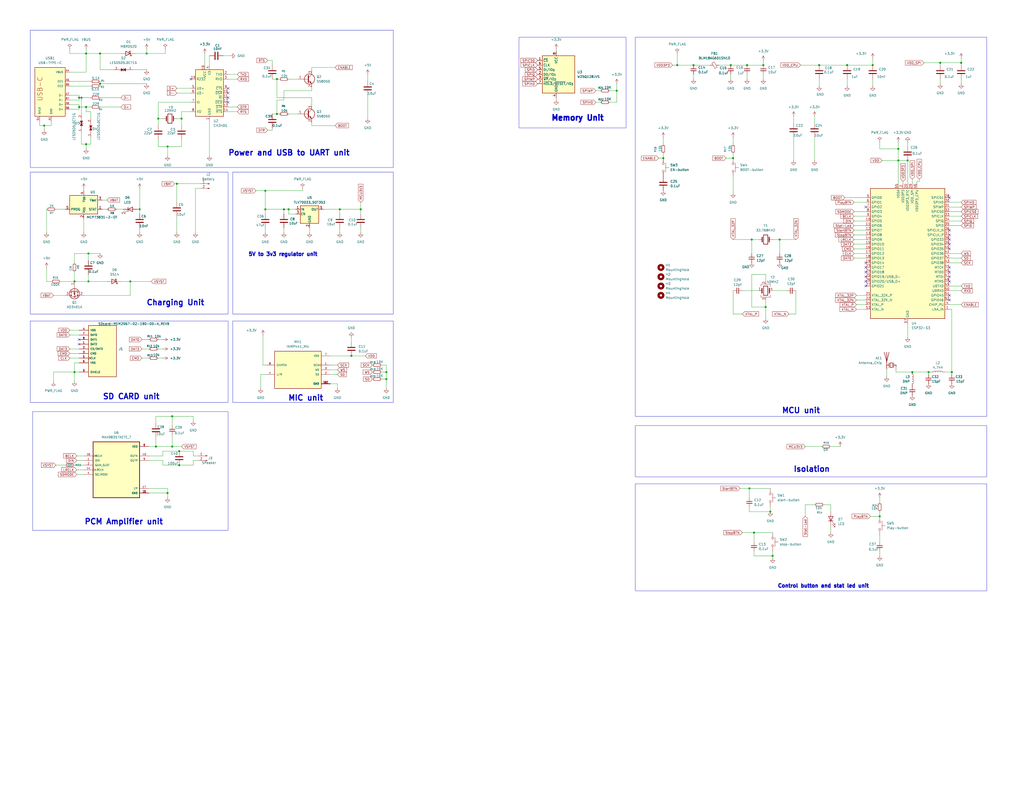
<source format=kicad_sch>
(kicad_sch (version 20250114) (generator "eeschema") (generator_version "9.0")
  (paper "C")
  (lib_symbols
    (symbol "Battery_Management:MCP73831-2-OT"
      (property "Reference" "U" (at -7.62 6.35 0))
      (property "Value" "MCP73831-2-OT" (at 1.27 6.35 0))
      (symbol "MCP73831-2-OT_1_1"
        (pin input line (at -10.16 -2.54 0) (length 2.54) (name "PROG") (number "5"))
        (pin power_in line (at 0 7.62 270) (length 2.54) (name "V_{DD}") (number "4"))
        (pin power_in line (at 0 -7.62 90) (length 2.54) (name "V_{SS}") (number "2"))
        (pin power_out line (at 10.16 2.54 180) (length 2.54) (name "V_{BAT}") (number "3"))
        (pin tri_state line (at 10.16 -2.54 180) (length 2.54) (name "STAT") (number "1"))
      )
    )
    (symbol "Connector:Conn_01x02_Pin" (pin_names (offset 1.016) (hide yes))
      (property "Reference" "J" (at 0 2.54 0))
      (property "Value" "Conn_01x02_Pin" (at 0 -5.08 0))
      (symbol "Conn_01x02_Pin_1_1"
        (pin passive line (at 5.08 0 180) (length 3.81) (name "Pin_1") (number "1"))
        (pin passive line (at 5.08 -2.54 180) (length 3.81) (name "Pin_2") (number "2"))
      )
    )
    (symbol "Device:Antenna_Chip" (pin_numbers (hide yes)) (pin_names (offset 1.016) (hide yes))
      (property "Reference" "AE" (at 0 5.08 0))
      (property "Value" "Antenna_Chip" (at 0 3.175 0))
      (symbol "Antenna_Chip_1_1"
        (pin input line (at -2.54 -2.54 90) (length 2.54) (name "FEED") (number "1"))
        (pin passive line (at 2.54 -2.54 90) (length 2.54) (name "PCB_Trace") (number "2"))
      )
    )
    (symbol "Device:C" (pin_numbers (hide yes)) (pin_names (offset 0.254))
      (property "Reference" "C" (at 0.635 2.54 0))
      (property "Value" "C" (at 0.635 -2.54 0))
      (symbol "C_1_1"
        (pin passive line (at 0 3.81 270) (length 2.794) (name "~") (number "1"))
        (pin passive line (at 0 -3.81 90) (length 2.794) (name "~") (number "2"))
      )
    )
    (symbol "Device:C_Small" (pin_numbers (hide yes)) (pin_names (offset 0.254) (hide yes))
      (property "Reference" "C" (at 0.254 1.778 0))
      (property "Value" "C_Small" (at 0.254 -2.032 0))
      (symbol "C_Small_1_1"
        (pin passive line (at 0 2.54 270) (length 2.032) (name "~") (number "1"))
        (pin passive line (at 0 -2.54 90) (length 2.032) (name "~") (number "2"))
      )
    )
    (symbol "Device:Crystal" (pin_numbers (hide yes)) (pin_names (offset 1.016) (hide yes))
      (property "Reference" "Y" (at 0 3.81 0))
      (property "Value" "Crystal" (at 0 -3.81 0))
      (symbol "Crystal_1_1"
        (pin passive line (at -3.81 0 0) (length 1.27) (name "1") (number "1"))
        (pin passive line (at 3.81 0 180) (length 1.27) (name "2") (number "2"))
      )
    )
    (symbol "Device:Crystal_GND23" (pin_names (offset 1.016) (hide yes))
      (property "Reference" "Y" (at 3.175 5.08 0))
      (property "Value" "Crystal_GND23" (at 3.175 3.175 0))
      (symbol "Crystal_GND23_1_1"
        (pin passive line (at -3.81 0 0) (length 1.27) (name "1") (number "1"))
        (pin passive line (at 0 5.08 270) (length 1.27) (name "2") (number "2"))
        (pin passive line (at 0 -5.08 90) (length 1.27) (name "3") (number "3"))
        (pin passive line (at 3.81 0 180) (length 1.27) (name "4") (number "4"))
      )
    )
    (symbol "Device:FerriteBead_Small" (pin_numbers (hide yes)) (pin_names (offset 0))
      (property "Reference" "FB" (at 1.905 1.27 0))
      (property "Value" "FerriteBead_Small" (at 1.905 -1.27 0))
      (symbol "FerriteBead_Small_1_1"
        (pin passive line (at 0 2.54 270) (length 1.27) (name "~") (number "1"))
        (pin passive line (at 0 -2.54 90) (length 1.27) (name "~") (number "2"))
      )
    )
    (symbol "Device:L" (pin_numbers (hide yes)) (pin_names (offset 1.016) (hide yes))
      (property "Reference" "L" (at -1.27 0 90))
      (property "Value" "L" (at 1.905 0 90))
      (symbol "L_1_1"
        (pin passive line (at 0 3.81 270) (length 1.27) (name "1") (number "1"))
        (pin passive line (at 0 -3.81 90) (length 1.27) (name "2") (number "2"))
      )
    )
    (symbol "Device:LED" (pin_numbers (hide yes)) (pin_names (offset 1.016) (hide yes))
      (property "Reference" "D" (at 0 2.54 0))
      (property "Value" "LED" (at 0 -2.54 0))
      (symbol "LED_1_1"
        (pin passive line (at -3.81 0 0) (length 2.54) (name "K") (number "1"))
        (pin passive line (at 3.81 0 180) (length 2.54) (name "A") (number "2"))
      )
    )
    (symbol "Device:R_Small" (pin_numbers (hide yes)) (pin_names (offset 0.254) (hide yes))
      (property "Reference" "R" (at 0 0 90))
      (property "Value" "R_Small" (at 1.778 0 90))
      (symbol "R_Small_1_1"
        (pin passive line (at 0 2.54 270) (length 0.762) (name "~") (number "1"))
        (pin passive line (at 0 -2.54 90) (length 0.762) (name "~") (number "2"))
      )
    )
    (symbol "Diode:MBR0520" (pin_numbers (hide yes)) (pin_names (offset 1.016) (hide yes))
      (property "Reference" "D" (at 0 2.54 0))
      (property "Value" "MBR0520" (at 0 -2.54 0))
      (symbol "MBR0520_1_1"
        (pin passive line (at -3.81 0 0) (length 2.54) (name "K") (number "1"))
        (pin passive line (at 3.81 0 180) (length 2.54) (name "A") (number "2"))
      )
    )
    (symbol "Diode:SS14" (pin_numbers (hide yes)) (pin_names (offset 1.016) (hide yes))
      (property "Reference" "D" (at 0 2.54 0))
      (property "Value" "SS14" (at 0 -2.54 0))
      (symbol "SS14_1_1"
        (pin passive line (at -3.81 0 0) (length 2.54) (name "K") (number "1"))
        (pin passive line (at 3.81 0 180) (length 2.54) (name "A") (number "2"))
      )
    )
    (symbol "Interface_USB:CH340G"
      (property "Reference" "U" (at -5.08 13.97 0))
      (property "Value" "CH340G" (at 1.27 13.97 0))
      (symbol "CH340G_1_1"
        (pin input line (at -10.16 7.62 0) (length 2.54) (name "R232") (number "15"))
        (pin bidirectional line (at -10.16 2.54 0) (length 2.54) (name "UD+") (number "5"))
        (pin bidirectional line (at -10.16 0 0) (length 2.54) (name "UD-") (number "6"))
        (pin input line (at -10.16 -5.08 0) (length 2.54) (name "XI") (number "7"))
        (pin output line (at -10.16 -10.16 0) (length 2.54) (name "XO") (number "8"))
        (pin power_in line (at -2.54 15.24 270) (length 2.54) (name "VCC") (number "16"))
        (pin power_out line (at 0 15.24 270) (length 2.54) (name "V3") (number "4"))
        (pin power_in line (at 0 -15.24 90) (length 2.54) (name "GND") (number "1"))
        (pin output line (at 10.16 10.16 180) (length 2.54) (name "TXD") (number "2"))
        (pin input line (at 10.16 7.62 180) (length 2.54) (name "RXD") (number "3"))
        (pin input line (at 10.16 2.54 180) (length 2.54) (name "~{CTS}") (number "9"))
        (pin input line (at 10.16 0 180) (length 2.54) (name "~{DSR}") (number "10"))
        (pin input line (at 10.16 -2.54 180) (length 2.54) (name "~{RI}") (number "11"))
        (pin input line (at 10.16 -5.08 180) (length 2.54) (name "~{DCD}") (number "12"))
        (pin output line (at 10.16 -7.62 180) (length 2.54) (name "~{DTR}") (number "13"))
        (pin output line (at 10.16 -10.16 180) (length 2.54) (name "~{RTS}") (number "14"))
      )
    )
    (symbol "MCU_Espressif:ESP32-S3"
      (property "Reference" "U" (at 10.16 -38.1 0))
      (property "Value" "ESP32-S3" (at 13.97 -40.64 0))
      (symbol "ESP32-S3_1_0"
        (pin passive line (at -5.08 38.1 270) (length 2.54) (hide yes) (name "VDDA") (number "56"))
        (pin bidirectional line (at 22.86 12.7 180) (length 2.54) (name "SPICLK_N") (number "36"))
        (pin bidirectional line (at 22.86 -10.16 180) (length 2.54) (name "MTDO") (number "45"))
        (pin bidirectional line (at 22.86 -22.86 180) (length 2.54) (name "GPIO45") (number "51"))
      )
      (symbol "ESP32-S3_1_1"
        (pin bidirectional line (at -22.86 30.48 0) (length 2.54) (name "GPIO0") (number "5"))
        (pin bidirectional line (at -22.86 27.94 0) (length 2.54) (name "GPIO1") (number "6"))
        (pin bidirectional line (at -22.86 25.4 0) (length 2.54) (name "GPIO2") (number "7"))
        (pin bidirectional line (at -22.86 22.86 0) (length 2.54) (name "GPIO3") (number "8"))
        (pin bidirectional line (at -22.86 20.32 0) (length 2.54) (name "GPIO4") (number "9"))
        (pin bidirectional line (at -22.86 17.78 0) (length 2.54) (name "GPIO5") (number "10"))
        (pin bidirectional line (at -22.86 15.24 0) (length 2.54) (name "GPIO6") (number "11"))
        (pin bidirectional line (at -22.86 12.7 0) (length 2.54) (name "GPIO7") (number "12"))
        (pin bidirectional line (at -22.86 10.16 0) (length 2.54) (name "GPIO8") (number "13"))
        (pin bidirectional line (at -22.86 7.62 0) (length 2.54) (name "GPIO9") (number "14"))
        (pin bidirectional line (at -22.86 5.08 0) (length 2.54) (name "GPIO10") (number "15"))
        (pin bidirectional line (at -22.86 2.54 0) (length 2.54) (name "GPIO11") (number "16"))
        (pin bidirectional line (at -22.86 0 0) (length 2.54) (name "GPIO12") (number "17"))
        (pin bidirectional line (at -22.86 -2.54 0) (length 2.54) (name "GPIO13") (number "18"))
        (pin bidirectional line (at -22.86 -5.08 0) (length 2.54) (name "GPIO14") (number "19"))
        (pin bidirectional line (at -22.86 -7.62 0) (length 2.54) (name "GPIO17") (number "23"))
        (pin bidirectional line (at -22.86 -10.16 0) (length 2.54) (name "GPIO18") (number "24"))
        (pin bidirectional line (at -22.86 -12.7 0) (length 2.54) (name "GPIO19/USB_D-") (number "25"))
        (pin bidirectional line (at -22.86 -15.24 0) (length 2.54) (name "GPIO20/USB_D+") (number "26"))
        (pin bidirectional line (at -22.86 -17.78 0) (length 2.54) (name "GPIO21") (number "27"))
        (pin passive line (at -22.86 -22.86 0) (length 2.54) (name "XTAL_32K_P") (number "21"))
        (pin passive line (at -22.86 -25.4 0) (length 2.54) (name "XTAL_32K_N") (number "22"))
        (pin input line (at -22.86 -27.94 0) (length 2.54) (name "XTAL_P") (number "54"))
        (pin output line (at -22.86 -30.48 0) (length 2.54) (name "XTAL_N") (number "53"))
        (pin power_in line (at -5.08 38.1 270) (length 2.54) (name "VDDA") (number "55"))
        (pin power_in line (at -2.54 38.1 270) (length 2.54) (name "VDD3P3") (number "2"))
        (pin passive line (at -2.54 38.1 270) (length 2.54) (hide yes) (name "VDD3P3") (number "3"))
        (pin power_in line (at 0 38.1 270) (length 2.54) (name "VDD3P3_RTC") (number "20"))
        (pin power_in line (at 0 -38.1 90) (length 2.54) (name "GND") (number "57"))
        (pin power_in line (at 2.54 38.1 270) (length 2.54) (name "VDD_SPI") (number "29"))
        (pin power_in line (at 5.08 38.1 270) (length 2.54) (name "VDD3P3_CPU") (number "46"))
        (pin bidirectional line (at 22.86 30.48 180) (length 2.54) (name "SPICS1") (number "28"))
        (pin bidirectional line (at 22.86 27.94 180) (length 2.54) (name "SPIHD") (number "30"))
        (pin bidirectional line (at 22.86 25.4 180) (length 2.54) (name "SPIWP") (number "31"))
        (pin bidirectional line (at 22.86 22.86 180) (length 2.54) (name "SPICS0") (number "32"))
        (pin bidirectional line (at 22.86 20.32 180) (length 2.54) (name "SPICLK") (number "33"))
        (pin bidirectional line (at 22.86 17.78 180) (length 2.54) (name "SPIQ") (number "34"))
        (pin bidirectional line (at 22.86 15.24 180) (length 2.54) (name "SPID") (number "35"))
        (pin bidirectional line (at 22.86 10.16 180) (length 2.54) (name "SPICLK_P") (number "37"))
        (pin bidirectional line (at 22.86 7.62 180) (length 2.54) (name "GPIO33") (number "38"))
        (pin bidirectional line (at 22.86 5.08 180) (length 2.54) (name "GPIO34") (number "39"))
        (pin bidirectional line (at 22.86 2.54 180) (length 2.54) (name "GPIO35") (number "40"))
        (pin bidirectional line (at 22.86 0 180) (length 2.54) (name "GPIO36") (number "41"))
        (pin bidirectional line (at 22.86 -2.54 180) (length 2.54) (name "GPIO37") (number "42"))
        (pin bidirectional line (at 22.86 -5.08 180) (length 2.54) (name "GPIO38") (number "43"))
        (pin bidirectional line (at 22.86 -7.62 180) (length 2.54) (name "MTCK") (number "44"))
        (pin bidirectional line (at 22.86 -12.7 180) (length 2.54) (name "MTDI") (number "47"))
        (pin bidirectional line (at 22.86 -15.24 180) (length 2.54) (name "MTMS") (number "48"))
        (pin bidirectional line (at 22.86 -17.78 180) (length 2.54) (name "U0TXD") (number "49"))
        (pin bidirectional line (at 22.86 -20.32 180) (length 2.54) (name "U0RXD") (number "50"))
        (pin bidirectional line (at 22.86 -25.4 180) (length 2.54) (name "GPIO46") (number "52"))
        (pin input line (at 22.86 -27.94 180) (length 2.54) (name "CHIP_PU") (number "4"))
        (pin bidirectional line (at 22.86 -30.48 180) (length 2.54) (name "LNA_IN") (number "1"))
      )
    )
    (symbol "Mechanical:MountingHole" (pin_names (offset 1.016)) (in_bom no)
      (property "Reference" "H" (at 0 5.08 0))
      (property "Value" "MountingHole" (at 0 3.175 0))
    )
    (symbol "Memory_Flash:W25Q128JVS"
      (property "Reference" "U" (at -6.35 11.43 0))
      (property "Value" "W25Q128JVS" (at 7.62 11.43 0))
      (symbol "W25Q128JVS_1_1"
        (pin input line (at -10.16 7.62 0) (length 2.54) (name "~{CS}") (number "1"))
        (pin input line (at -10.16 5.08 0) (length 2.54) (name "CLK") (number "6"))
        (pin bidirectional line (at -10.16 2.54 0) (length 2.54) (name "DI/IO_{0}") (number "5"))
        (pin bidirectional line (at -10.16 0 0) (length 2.54) (name "DO/IO_{1}") (number "2"))
        (pin bidirectional line (at -10.16 -2.54 0) (length 2.54) (name "~{WP}/IO_{2}") (number "3"))
        (pin bidirectional line (at -10.16 -5.08 0) (length 2.54) (name "~{HOLD}/~{RESET}/IO_{3}") (number "7"))
        (pin power_in line (at 0 12.7 270) (length 2.54) (name "VCC") (number "8"))
        (pin power_in line (at 0 -12.7 90) (length 2.54) (name "GND") (number "4"))
      )
    )
    (symbol "Regulator_Linear:TLV70033_SOT353" (pin_names (offset 0.254))
      (property "Reference" "U" (at -3.81 5.715 0))
      (property "Value" "TLV70033_SOT353" (at 0 5.715 0))
      (symbol "TLV70033_SOT353_1_1"
        (pin power_in line (at -7.62 2.54 0) (length 2.54) (name "IN") (number "1"))
        (pin input line (at -7.62 0 0) (length 2.54) (name "EN") (number "3"))
        (pin power_in line (at 0 -7.62 90) (length 2.54) (name "GND") (number "2"))
        (pin no_connect line (at 5.08 0 180) (length 2.54) (hide yes) (name "NC") (number "4"))
        (pin power_out line (at 7.62 2.54 180) (length 2.54) (name "OUT") (number "5"))
      )
    )
    (symbol "Switch:SW_Push" (pin_numbers (hide yes)) (pin_names (offset 1.016) (hide yes))
      (property "Reference" "SW" (at 1.27 2.54 0))
      (property "Value" "SW_Push" (at 0 -1.524 0))
      (symbol "SW_Push_0_1"
        (pin passive line (at -5.08 0 0) (length 2.54) (name "1") (number "1"))
        (pin passive line (at 5.08 0 180) (length 2.54) (name "2") (number "2"))
      )
    )
    (symbol "Transistor_BJT:SS8050" (pin_names (offset 0) (hide yes))
      (property "Reference" "Q" (at 5.08 1.905 0))
      (property "Value" "SS8050" (at 5.08 0 0))
      (symbol "SS8050_1_1"
        (pin input line (at -5.08 0 0) (length 2.54) (name "B") (number "1"))
        (pin passive line (at 2.54 5.08 270) (length 2.54) (name "C") (number "3"))
        (pin passive line (at 2.54 -5.08 90) (length 2.54) (name "E") (number "2"))
      )
    )
    (symbol "Transistor_FET:AO3401A" (pin_names (hide yes))
      (property "Reference" "Q" (at 5.08 1.905 0))
      (property "Value" "AO3401A" (at 5.08 0 0))
      (symbol "AO3401A_1_1"
        (pin input line (at -5.08 0 0) (length 2.54) (name "G") (number "1"))
        (pin passive line (at 2.54 5.08 270) (length 2.54) (name "D") (number "3"))
        (pin passive line (at 2.54 -5.08 90) (length 2.54) (name "S") (number "2"))
      )
    )
    (symbol "my_custom_symbol_library:INMP441_Mic" (pin_names (offset 1.016))
      (property "Reference" "MK" (at -12.7 10.795 0))
      (property "Value" "INMP441_Mic" (at -12.7 -12.7 0))
      (symbol "INMP441_Mic_0_0"
        (pin input line (at -17.78 2.54 0) (length 5.08) (name "CHIPEN") (number "8"))
        (pin input line (at -17.78 -2.54 0) (length 5.08) (name "L/R") (number "4"))
        (pin power_in line (at 17.78 7.62 180) (length 5.08) (name "VDD") (number "7"))
        (pin input clock (at 17.78 2.54 180) (length 5.08) (name "SCK") (number "1"))
        (pin input line (at 17.78 0 180) (length 5.08) (name "WS") (number "3"))
        (pin bidirectional line (at 17.78 -2.54 180) (length 5.08) (name "SD") (number "2"))
        (pin power_in line (at 17.78 -7.62 180) (length 5.08) (name "GND") (number "5_1"))
        (pin power_in line (at 17.78 -7.62 180) (length 5.08) (name "GND") (number "5_2"))
        (pin power_in line (at 17.78 -7.62 180) (length 5.08) (name "GND") (number "6"))
        (pin power_in line (at 17.78 -7.62 180) (length 5.08) (name "GND") (number "9"))
      )
    )
    (symbol "my_custom_symbol_library:LESD5D5.0CT1G" (pin_names (offset 1.016))
      (property "Reference" "D" (at -5.08 2.54 0))
      (property "Value" "LESD5D5.0CT1G" (at -5.08 -5.08 0))
      (symbol "LESD5D5.0CT1G_0_0"
        (pin passive line (at -5.08 0 0) (length 2.54) (name "~") (number "1"))
        (pin passive line (at 5.08 0 180) (length 2.54) (name "~") (number "2"))
      )
    )
    (symbol "my_custom_symbol_library:MAX98357AETE_T" (pin_names (offset 1.016))
      (property "Reference" "U" (at -12.7 16.24 0))
      (property "Value" "MAX98357AETE_T" (at -12.7 -19.24 0))
      (symbol "MAX98357AETE_T_0_0"
        (pin input clock (at -17.78 7.62 0) (length 5.08) (name "BCLK") (number "16"))
        (pin input line (at -17.78 5.08 0) (length 5.08) (name "DIN") (number "1"))
        (pin input line (at -17.78 2.54 0) (length 5.08) (name "GAIN_SLOT") (number "2"))
        (pin input clock (at -17.78 0 0) (length 5.08) (name "LRCLK") (number "14"))
        (pin input line (at -17.78 -2.54 0) (length 5.08) (name "SD_MODE") (number "4"))
        (pin power_in line (at 17.78 12.7 180) (length 5.08) (name "VDD") (number "7"))
        (pin power_in line (at 17.78 12.7 180) (length 5.08) (name "VDD") (number "8"))
        (pin output line (at 17.78 7.62 180) (length 5.08) (name "OUTN") (number "10"))
        (pin output line (at 17.78 5.08 180) (length 5.08) (name "OUTP") (number "9"))
        (pin power_in line (at 17.78 -10.16 180) (length 5.08) (name "EP") (number "17"))
        (pin power_in line (at 17.78 -12.7 180) (length 5.08) (name "GND") (number "11"))
        (pin power_in line (at 17.78 -12.7 180) (length 5.08) (name "GND") (number "15"))
        (pin power_in line (at 17.78 -12.7 180) (length 5.08) (name "GND") (number "3"))
      )
    )
    (symbol "my_custom_symbol_library:SDcard-MEM2067-02-180-00-A_REVB" (pin_names (offset 1.016))
      (property "Reference" "J" (at 0 12.7117 0))
      (property "Value" "SDcard-MEM2067-02-180-00-A_REVB" (at 0 -17.7826 0))
      (symbol "SDcard-MEM2067-02-180-00-A_REVB_0_0"
        (pin power_in line (at -5.08 10.16 0) (length 5.08) (name "VDD") (number "4"))
        (pin bidirectional line (at -5.08 7.62 0) (length 5.08) (name "DAT0") (number "7"))
        (pin bidirectional line (at -5.08 5.08 0) (length 5.08) (name "DAT1") (number "8"))
        (pin bidirectional line (at -5.08 2.54 0) (length 5.08) (name "DAT2") (number "1"))
        (pin bidirectional line (at -5.08 0 0) (length 5.08) (name "CD/DAT3") (number "2"))
        (pin bidirectional line (at -5.08 -2.54 0) (length 5.08) (name "CMD") (number "3"))
        (pin bidirectional clock (at -5.08 -5.08 0) (length 5.08) (name "CLK") (number "5"))
        (pin power_in line (at -5.08 -7.62 0) (length 5.08) (name "VSS") (number "6"))
        (pin passive line (at -5.08 -12.7 0) (length 5.08) (name "SHIELD") (number "9"))
      )
    )
    (symbol "my_custom_symbol_library:USB-TYPE-C" (pin_names (offset 1.016))
      (property "Reference" "USB" (at -3.556 1.27 0))
      (property "Value" "USB-TYPE-C" (at -3.556 6.35 0))
      (symbol "USB-TYPE-C_0_0"
        (text "USB-C" (at -4.826 -7.874 900) (effects (font (size 2.54 2.54))))
        (pin bidirectional line (at 11.43 -3.81 180) (length 2.54) (name "CC1") (number "A5"))
        (pin bidirectional line (at 11.43 -6.35 180) (length 2.54) (name "CC2") (number "B5"))
        (pin bidirectional line (at 11.43 -11.43 180) (length 2.54) (name "D-") (number "A7"))
        (pin bidirectional line (at 11.43 -13.97 180) (length 2.54) (name "D-") (number "B7"))
        (pin bidirectional line (at 11.43 -16.51 180) (length 2.54) (name "D+") (number "A6"))
        (pin bidirectional line (at 11.43 -19.05 180) (length 2.54) (name "D+") (number "B6"))
      )
      (symbol "USB-TYPE-C_1_0"
        (pin bidirectional line (at -5.08 -25.4 90) (length 2.54) (name "SHLD") (number "S1"))
        (pin bidirectional line (at 1.27 -25.4 90) (length 2.54) (name "GND") (number "A1"))
        (pin bidirectional line (at 11.43 1.27 180) (length 2.54) (name "VBUS") (number "A4"))
      )
    )
    (symbol "power:+3.3V" (power) (pin_numbers (hide yes)) (pin_names (offset 0) (hide yes))
      (property "Value" "+3.3V" (at 0 3.556 0))
      (symbol "+3.3V_1_1"
        (pin power_in line (at 0 0 90) (length 0) (name "~") (number "1"))
      )
    )
    (symbol "power:+5V" (power) (pin_numbers (hide yes)) (pin_names (offset 0) (hide yes))
      (property "Value" "+5V" (at 0 3.556 0))
      (symbol "+5V_1_1"
        (pin power_in line (at 0 0 90) (length 0) (name "~") (number "1"))
      )
    )
    (symbol "power:GND" (power) (pin_numbers (hide yes)) (pin_names (offset 0) (hide yes))
      (property "Value" "GND" (at 0 -3.81 0))
      (symbol "GND_1_1"
        (pin power_in line (at 0 0 270) (length 0) (name "~") (number "1"))
      )
    )
    (symbol "power:PWR_FLAG" (power) (pin_numbers (hide yes)) (pin_names (offset 0) (hide yes))
      (property "Value" "PWR_FLAG" (at 0 3.81 0))
      (symbol "PWR_FLAG_0_0"
        (pin power_out line (at 0 0 90) (length 0) (name "~") (number "1"))
      )
    )
    (symbol "power:VBUS" (power) (pin_numbers (hide yes)) (pin_names (offset 0) (hide yes))
      (property "Value" "VBUS" (at 0 3.556 0))
      (symbol "VBUS_1_1"
        (pin power_in line (at 0 0 90) (length 0) (name "~") (number "1"))
      )
    )
  )
  (rectangle (start 16.51 16.51) (end 214.63 91.44))
  (rectangle (start 346.71 20.32) (end 538.48 227.33))
  (rectangle (start 127 93.98) (end 214.63 171.45))
  (rectangle (start 16.51 93.98) (end 124.46 171.45))
  (rectangle (start 17.78 224.79) (end 124.46 289.56))
  (rectangle (start 16.51 175.26) (end 124.46 219.71))
  (rectangle (start 127 175.26) (end 214.63 219.71))
  (rectangle (start 346.71 264.16) (end 538.48 322.58))
  (rectangle (start 283.21 20.32) (end 341.63 69.85))
  (rectangle (start 346.71 232.41) (end 538.48 260.35))
  (text "MCU unit" (at 437.134 224.282 0) (effects (font (size 3 3) (thickness 0.6) (bold yes))))
  (text "PCM Amplifier unit" (at 67.564 284.988 0) (effects (font (size 3 3) (thickness 0.6) (bold yes))))
  (text "Power and USB to UART unit" (at 157.734 83.566 0) (effects (font (size 3 3) (thickness 0.6) (bold yes))))
  (text "SD CARD unit" (at 71.628 216.662 0) (effects (font (size 3 3) (thickness 0.6) (bold yes))))
  (text "Isolation" (at 442.976 256.286 0) (effects (font (size 3 3) (thickness 0.6) (bold yes))))
  (text "Control button and stat led unit\n" (at 449.326 320.04 0) (effects (font (size 2 2) (thickness 0.6) (bold yes))))
  (text "MIC unit" (at 166.878 217.424 0) (effects (font (size 3 3) (thickness 0.6) (bold yes))))
  (text "5V to 3v3 regulator unit" (at 154.432 138.938 0) (effects (font (size 2 2) (thickness 0.6) (bold yes))))
  (text "Charging Unit" (at 95.758 165.354 0) (effects (font (size 3 3) (thickness 0.6) (bold yes))))
  (text "Memory Unit" (at 315.214 64.516 0) (effects (font (size 3 3) (thickness 1) (bold yes))))
  (junction (at 93.98 227.33))
  (junction (at 420.37 279.4))
  (junction (at 425.45 130.81))
  (junction (at 210.82 207.01))
  (junction (at 490.22 87.63))
  (junction (at 46.99 29.21))
  (junction (at 154.94 114.3))
  (junction (at 462.28 35.56))
  (junction (at 378.46 35.56))
  (junction (at 490.22 81.28))
  (junction (at 85.09 243.84))
  (junction (at 43.18 53.34))
  (junction (at 480.06 281.94))
  (junction (at 185.42 114.3))
  (junction (at 46.99 78.74))
  (junction (at 48.26 153.67))
  (junction (at 96.52 100.33))
  (junction (at 157.48 114.3))
  (junction (at 99.06 64.77))
  (junction (at 191.77 194.31))
  (junction (at 40.64 153.67))
  (junction (at 80.01 29.21))
  (junction (at 91.44 80.01))
  (junction (at 447.04 35.56))
  (junction (at 519.43 203.2))
  (junction (at 43.18 58.42))
  (junction (at 495.3 87.63))
  (junction (at 91.44 269.24))
  (junction (at 144.78 114.3))
  (junction (at 407.67 35.56))
  (junction (at 144.78 104.14))
  (junction (at 71.12 153.67))
  (junction (at 48.26 138.43))
  (junction (at 97.79 254))
  (junction (at 93.98 243.84))
  (junction (at 410.21 130.81))
  (junction (at 336.55 49.53))
  (junction (at 24.13 68.58))
  (junction (at 513.08 34.29))
  (junction (at 369.57 35.56))
  (junction (at 86.36 64.77))
  (junction (at 524.51 34.29))
  (junction (at 151.13 43.18))
  (junction (at 421.64 303.53))
  (junction (at 196.85 114.3))
  (junction (at 416.56 35.56))
  (junction (at 497.84 203.2))
  (junction (at 361.95 86.36))
  (junction (at 411.48 290.83))
  (junction (at 476.25 35.56))
  (junction (at 97.79 246.38))
  (junction (at 46.99 58.42))
  (junction (at 400.05 86.36))
  (junction (at 398.78 35.56))
  (junction (at 506.73 203.2))
  (junction (at 40.64 203.2))
  (junction (at 408.94 266.7))
  (junction (at 210.82 203.2))
  (junction (at 151.13 62.23))
  (junction (at 76.2 114.3))
  (junction (at 417.83 167.64))
  (junction (at 44.45 53.34))
  (junction (at 54.61 29.21))
  (junction (at 54.61 45.72))
  (no_connect (at 518.16 133.35))
  (no_connect (at 472.44 156.21))
  (no_connect (at 518.16 146.05))
  (no_connect (at 518.16 153.67))
  (no_connect (at 518.16 107.95))
  (no_connect (at 472.44 146.05))
  (no_connect (at 124.46 50.8))
  (no_connect (at 518.16 148.59))
  (no_connect (at 124.46 55.88))
  (no_connect (at 518.16 163.83))
  (no_connect (at 518.16 125.73))
  (no_connect (at 43.18 185.42))
  (no_connect (at 472.44 151.13))
  (no_connect (at 518.16 128.27))
  (no_connect (at 472.44 148.59))
  (no_connect (at 518.16 151.13))
  (no_connect (at 43.18 187.96))
  (no_connect (at 124.46 53.34))
  (no_connect (at 472.44 143.51))
  (no_connect (at 518.16 161.29))
  (no_connect (at 518.16 135.89))
  (no_connect (at 518.16 130.81))
  (no_connect (at 472.44 113.03))
  (no_connect (at 124.46 48.26))
  (no_connect (at 104.14 43.18))
  (no_connect (at 472.44 153.67))
  (wire (pts (xy 105.41 246.38) (xy 97.79 246.38)))
  (wire (pts (xy 501.65 97.79) (xy 501.65 99.06)))
  (wire (pts (xy 185.42 124.46) (xy 185.42 127)))
  (wire (pts (xy 143.51 182.88) (xy 143.51 199.39)))
  (wire (pts (xy 524.51 35.56) (xy 524.51 34.29)))
  (wire (pts (xy 91.44 266.7) (xy 81.28 266.7)))
  (wire (pts (xy 506.73 203.2) (xy 506.73 204.47)))
  (wire (pts (xy 148.59 43.18) (xy 151.13 43.18)))
  (wire (pts (xy 25.4 114.3) (xy 25.4 127)))
  (wire (pts (xy 85.09 227.33) (xy 85.09 231.14)))
  (wire (pts (xy 96.52 118.11) (xy 96.52 127)))
  (wire (pts (xy 96.52 100.33) (xy 96.52 110.49)))
  (wire (pts (xy 85.09 243.84) (xy 93.98 243.84)))
  (wire (pts (xy 45.72 161.29) (xy 71.12 161.29)))
  (wire (pts (xy 361.95 83.82) (xy 361.95 86.36)))
  (wire (pts (xy 154.94 124.46) (xy 154.94 127)))
  (wire (pts (xy 411.48 303.53) (xy 421.64 303.53)))
  (wire (pts (xy 46.99 78.74) (xy 49.53 78.74)))
  (wire (pts (xy 474.98 281.94) (xy 480.06 281.94)))
  (wire (pts (xy 483.87 201.93) (xy 483.87 205.74)))
  (wire (pts (xy 88.9 246.38) (xy 97.79 246.38)))
  (wire (pts (xy 466.09 128.27) (xy 472.44 128.27)))
  (wire (pts (xy 90.17 29.21) (xy 90.17 26.67)))
  (wire (pts (xy 55.88 114.3) (xy 58.42 114.3)))
  (wire (pts (xy 46.99 78.74) (xy 46.99 81.28)))
  (wire (pts (xy 439.42 275.59) (xy 444.5 275.59)))
  (wire (pts (xy 416.56 33.02) (xy 416.56 35.56)))
  (wire (pts (xy 48.26 138.43) (xy 48.26 142.24)))
  (wire (pts (xy 518.16 123.19) (xy 524.51 123.19)))
  (wire (pts (xy 303.53 26.67) (xy 303.53 27.94)))
  (wire (pts (xy 96.52 50.8) (xy 104.14 50.8)))
  (wire (pts (xy 410.21 149.86) (xy 410.21 167.64)))
  (wire (pts (xy 43.18 58.42) (xy 46.99 58.42)))
  (wire (pts (xy 524.51 34.29) (xy 513.08 34.29)))
  (wire (pts (xy 208.28 199.39) (xy 210.82 199.39)))
  (wire (pts (xy 45.72 102.87) (xy 45.72 104.14)))
  (wire (pts (xy 170.18 57.15) (xy 170.18 53.34)))
  (wire (pts (xy 467.36 163.83) (xy 472.44 163.83)))
  (wire (pts (xy 400.05 96.52) (xy 400.05 105.41)))
  (wire (pts (xy 96.52 64.77) (xy 99.06 64.77)))
  (wire (pts (xy 180.34 201.93) (xy 184.15 201.93)))
  (wire (pts (xy 85.09 238.76) (xy 85.09 243.84)))
  (wire (pts (xy 466.09 118.11) (xy 472.44 118.11)))
  (wire (pts (xy 416.56 40.64) (xy 416.56 43.18)))
  (wire (pts (xy 91.44 80.01) (xy 91.44 85.09)))
  (wire (pts (xy 93.98 227.33) (xy 85.09 227.33)))
  (wire (pts (xy 405.13 290.83) (xy 411.48 290.83)))
  (wire (pts (xy 168.91 124.46) (xy 168.91 127)))
  (wire (pts (xy 54.61 45.72) (xy 54.61 46.99)))
  (wire (pts (xy 161.29 116.84) (xy 157.48 116.84)))
  (wire (pts (xy 38.1 195.58) (xy 43.18 195.58)))
  (wire (pts (xy 480.06 271.78) (xy 480.06 274.32)))
  (wire (pts (xy 38.1 190.5) (xy 43.18 190.5)))
  (wire (pts (xy 48.26 153.67) (xy 58.42 153.67)))
  (wire (pts (xy 417.83 167.64) (xy 417.83 163.83)))
  (wire (pts (xy 433.07 74.93) (xy 433.07 87.63)))
  (wire (pts (xy 46.99 39.37) (xy 38.1 39.37)))
  (wire (pts (xy 154.94 54.61) (xy 151.13 54.61)))
  (wire (pts (xy 180.34 194.31) (xy 191.77 194.31)))
  (wire (pts (xy 45.72 119.38) (xy 45.72 127)))
  (wire (pts (xy 200.66 52.07) (xy 200.66 64.77)))
  (wire (pts (xy 165.1 102.87) (xy 165.1 104.14)))
  (wire (pts (xy 497.84 97.79) (xy 497.84 100.33)))
  (wire (pts (xy 490.22 87.63) (xy 490.22 100.33)))
  (wire (pts (xy 157.48 114.3) (xy 161.29 114.3)))
  (wire (pts (xy 86.36 185.42) (xy 88.9 185.42)))
  (wire (pts (xy 467.36 161.29) (xy 472.44 161.29)))
  (wire (pts (xy 86.36 64.77) (xy 88.9 64.77)))
  (wire (pts (xy 80.01 38.1) (xy 72.39 38.1)))
  (wire (pts (xy 151.13 43.18) (xy 152.4 43.18)))
  (wire (pts (xy 124.46 58.42) (xy 129.54 58.42)))
  (wire (pts (xy 518.16 120.65) (xy 524.51 120.65)))
  (wire (pts (xy 196.85 124.46) (xy 196.85 127)))
  (wire (pts (xy 467.36 166.37) (xy 472.44 166.37)))
  (wire (pts (xy 48.26 138.43) (xy 54.61 138.43)))
  (wire (pts (xy 488.95 203.2) (xy 488.95 201.93)))
  (wire (pts (xy 417.83 153.67) (xy 417.83 149.86)))
  (wire (pts (xy 86.36 80.01) (xy 91.44 80.01)))
  (wire (pts (xy 325.12 49.53) (xy 327.66 49.53)))
  (wire (pts (xy 425.45 130.81) (xy 421.64 130.81)))
  (wire (pts (xy 466.09 110.49) (xy 472.44 110.49)))
  (wire (pts (xy 107.95 251.46) (xy 105.41 251.46)))
  (wire (pts (xy 40.64 203.2) (xy 40.64 208.28)))
  (wire (pts (xy 518.16 156.21) (xy 524.51 156.21)))
  (wire (pts (xy 425.45 130.81) (xy 434.34 130.81)))
  (wire (pts (xy 170.18 49.53) (xy 154.94 49.53)))
  (wire (pts (xy 40.64 138.43) (xy 48.26 138.43)))
  (wire (pts (xy 378.46 35.56) (xy 369.57 35.56)))
  (wire (pts (xy 403.86 266.7) (xy 408.94 266.7)))
  (wire (pts (xy 400.05 74.93) (xy 400.05 78.74)))
  (wire (pts (xy 43.18 52.07) (xy 43.18 53.34)))
  (wire (pts (xy 54.61 29.21) (xy 66.04 29.21)))
  (wire (pts (xy 200.66 40.64) (xy 200.66 44.45)))
  (wire (pts (xy 504.19 34.29) (xy 513.08 34.29)))
  (wire (pts (xy 121.92 30.48) (xy 125.73 30.48)))
  (wire (pts (xy 208.28 207.01) (xy 210.82 207.01)))
  (wire (pts (xy 139.7 104.14) (xy 144.78 104.14)))
  (wire (pts (xy 462.28 35.56) (xy 476.25 35.56)))
  (wire (pts (xy 433.07 63.5) (xy 433.07 67.31)))
  (wire (pts (xy 44.45 78.74) (xy 46.99 78.74)))
  (wire (pts (xy 466.09 120.65) (xy 472.44 120.65)))
  (wire (pts (xy 44.45 53.34) (xy 44.45 62.23)))
  (wire (pts (xy 144.78 104.14) (xy 144.78 114.3)))
  (wire (pts (xy 93.98 227.33) (xy 93.98 232.41)))
  (wire (pts (xy 40.64 198.12) (xy 43.18 198.12)))
  (wire (pts (xy 518.16 143.51) (xy 524.51 143.51)))
  (wire (pts (xy 508 203.2) (xy 506.73 203.2)))
  (wire (pts (xy 144.78 114.3) (xy 154.94 114.3)))
  (wire (pts (xy 476.25 31.75) (xy 476.25 35.56)))
  (wire (pts (xy 96.52 100.33) (xy 109.22 100.33)))
  (wire (pts (xy 43.18 57.15) (xy 43.18 58.42)))
  (wire (pts (xy 518.16 168.91) (xy 519.43 168.91)))
  (wire (pts (xy 170.18 68.58) (xy 182.88 68.58)))
  (wire (pts (xy 519.43 203.2) (xy 519.43 204.47)))
  (wire (pts (xy 148.59 33.02) (xy 148.59 35.56)))
  (wire (pts (xy 191.77 194.31) (xy 199.39 194.31)))
  (wire (pts (xy 49.53 78.74) (xy 49.53 74.93)))
  (wire (pts (xy 405.13 158.75) (xy 414.02 158.75)))
  (wire (pts (xy 170.18 36.83) (xy 170.18 38.1)))
  (wire (pts (xy 27.94 68.58) (xy 24.13 68.58)))
  (wire (pts (xy 417.83 149.86) (xy 410.21 149.86)))
  (wire (pts (xy 24.13 71.12) (xy 24.13 68.58)))
  (wire (pts (xy 74.93 114.3) (xy 76.2 114.3)))
  (wire (pts (xy 490.22 77.47) (xy 490.22 81.28)))
  (wire (pts (xy 55.88 109.22) (xy 58.42 109.22)))
  (wire (pts (xy 361.95 74.93) (xy 361.95 78.74)))
  (wire (pts (xy 421.64 303.53) (xy 421.64 304.8)))
  (wire (pts (xy 41.91 248.92) (xy 45.72 248.92)))
  (wire (pts (xy 332.74 49.53) (xy 336.55 49.53)))
  (wire (pts (xy 500.38 99.06) (xy 501.65 99.06)))
  (wire (pts (xy 506.73 203.2) (xy 497.84 203.2)))
  (wire (pts (xy 434.34 158.75) (xy 434.34 171.45)))
  (wire (pts (xy 80.01 29.21) (xy 90.17 29.21)))
  (wire (pts (xy 210.82 207.01) (xy 210.82 212.09)))
  (wire (pts (xy 466.09 140.97) (xy 472.44 140.97)))
  (wire (pts (xy 38.1 182.88) (xy 43.18 182.88)))
  (wire (pts (xy 398.78 35.56) (xy 392.43 35.56)))
  (wire (pts (xy 466.09 135.89) (xy 472.44 135.89)))
  (wire (pts (xy 447.04 43.18) (xy 447.04 46.99)))
  (wire (pts (xy 106.68 127) (xy 106.68 102.87)))
  (wire (pts (xy 398.78 40.64) (xy 398.78 43.18)))
  (wire (pts (xy 411.48 290.83) (xy 421.64 290.83)))
  (wire (pts (xy 43.18 58.42) (xy 43.18 59.69)))
  (wire (pts (xy 99.06 64.77) (xy 99.06 68.58)))
  (wire (pts (xy 49.53 64.77) (xy 49.53 60.96)))
  (wire (pts (xy 436.88 35.56) (xy 447.04 35.56)))
  (wire (pts (xy 44.45 53.34) (xy 49.53 53.34)))
  (wire (pts (xy 86.36 64.77) (xy 86.36 68.58)))
  (wire (pts (xy 151.13 62.23) (xy 152.4 62.23)))
  (wire (pts (xy 480.06 279.4) (xy 480.06 281.94)))
  (wire (pts (xy 400.05 130.81) (xy 410.21 130.81)))
  (wire (pts (xy 396.24 86.36) (xy 400.05 86.36)))
  (wire (pts (xy 490.22 81.28) (xy 490.22 87.63)))
  (wire (pts (xy 30.48 114.3) (xy 35.56 114.3)))
  (wire (pts (xy 54.61 38.1) (xy 54.61 29.21)))
  (wire (pts (xy 80.01 26.67) (xy 80.01 29.21)))
  (wire (pts (xy 518.16 140.97) (xy 524.51 140.97)))
  (wire (pts (xy 185.42 114.3) (xy 185.42 116.84)))
  (wire (pts (xy 495.3 176.53) (xy 495.3 184.15)))
  (wire (pts (xy 154.94 49.53) (xy 154.94 54.61)))
  (wire (pts (xy 387.35 35.56) (xy 378.46 35.56)))
  (wire (pts (xy 421.64 158.75) (xy 429.26 158.75)))
  (wire (pts (xy 481.33 87.63) (xy 490.22 87.63)))
  (wire (pts (xy 148.59 71.12) (xy 148.59 69.85)))
  (wire (pts (xy 76.2 124.46) (xy 76.2 127)))
  (wire (pts (xy 410.21 130.81) (xy 410.21 138.43)))
  (wire (pts (xy 524.51 31.75) (xy 524.51 34.29)))
  (wire (pts (xy 62.23 38.1) (xy 54.61 38.1)))
  (wire (pts (xy 86.36 195.58) (xy 88.9 195.58)))
  (wire (pts (xy 467.36 168.91) (xy 472.44 168.91)))
  (wire (pts (xy 46.99 26.67) (xy 46.99 29.21)))
  (wire (pts (xy 91.44 271.78) (xy 91.44 269.24)))
  (wire (pts (xy 144.78 114.3) (xy 144.78 116.84)))
  (wire (pts (xy 21.59 68.58) (xy 24.13 68.58)))
  (wire (pts (xy 88.9 251.46) (xy 88.9 254)))
  (wire (pts (xy 96.52 48.26) (xy 104.14 48.26)))
  (wire (pts (xy 359.41 86.36) (xy 361.95 86.36)))
  (wire (pts (xy 497.84 203.2) (xy 488.95 203.2)))
  (wire (pts (xy 462.28 43.18) (xy 462.28 46.99)))
  (wire (pts (xy 38.1 180.34) (xy 43.18 180.34)))
  (wire (pts (xy 453.39 287.02) (xy 453.39 290.83)))
  (wire (pts (xy 407.67 35.56) (xy 398.78 35.56)))
  (wire (pts (xy 196.85 114.3) (xy 196.85 116.84)))
  (wire (pts (xy 519.43 203.2) (xy 515.62 203.2)))
  (wire (pts (xy 416.56 35.56) (xy 407.67 35.56)))
  (wire (pts (xy 518.16 110.49) (xy 524.51 110.49)))
  (wire (pts (xy 148.59 62.23) (xy 151.13 62.23)))
  (wire (pts (xy 99.06 80.01) (xy 99.06 76.2)))
  (wire (pts (xy 25.4 153.67) (xy 27.94 153.67)))
  (wire (pts (xy 142.24 204.47) (xy 142.24 212.09)))
  (wire (pts (xy 99.06 60.96) (xy 104.14 60.96)))
  (wire (pts (xy 107.95 248.92) (xy 105.41 248.92)))
  (wire (pts (xy 408.94 276.86) (xy 408.94 279.4)))
  (wire (pts (xy 142.24 204.47) (xy 144.78 204.47)))
  (wire (pts (xy 453.39 275.59) (xy 453.39 279.4)))
  (wire (pts (xy 420.37 276.86) (xy 420.37 279.4)))
  (wire (pts (xy 46.99 60.96) (xy 46.99 58.42)))
  (wire (pts (xy 46.99 29.21) (xy 46.99 39.37)))
  (wire (pts (xy 54.61 45.72) (xy 80.01 45.72)))
  (wire (pts (xy 184.15 209.55) (xy 180.34 209.55)))
  (wire (pts (xy 124.46 60.96) (xy 129.54 60.96)))
  (wire (pts (xy 425.45 138.43) (xy 425.45 130.81)))
  (wire (pts (xy 38.1 57.15) (xy 43.18 57.15)))
  (wire (pts (xy 71.12 161.29) (xy 71.12 153.67)))
  (wire (pts (xy 76.2 102.87) (xy 76.2 114.3)))
  (wire (pts (xy 33.02 153.67) (xy 40.64 153.67)))
  (wire (pts (xy 378.46 40.64) (xy 378.46 43.18)))
  (wire (pts (xy 185.42 114.3) (xy 196.85 114.3)))
  (wire (pts (xy 40.64 153.67) (xy 48.26 153.67)))
  (wire (pts (xy 38.1 29.21) (xy 46.99 29.21)))
  (wire (pts (xy 27.94 66.04) (xy 27.94 68.58)))
  (wire (pts (xy 105.41 227.33) (xy 93.98 227.33)))
  (wire (pts (xy 518.16 115.57) (xy 524.51 115.57)))
  (wire (pts (xy 91.44 80.01) (xy 99.06 80.01)))
  (wire (pts (xy 408.94 279.4) (xy 420.37 279.4)))
  (wire (pts (xy 417.83 167.64) (xy 417.83 173.99)))
  (wire (pts (xy 41.91 256.54) (xy 45.72 256.54)))
  (wire (pts (xy 41.91 251.46) (xy 45.72 251.46)))
  (wire (pts (xy 170.18 36.83) (xy 182.88 36.83)))
  (wire (pts (xy 191.77 184.15) (xy 191.77 186.69)))
  (wire (pts (xy 518.16 138.43) (xy 524.51 138.43)))
  (wire (pts (xy 77.47 190.5) (xy 81.28 190.5)))
  (wire (pts (xy 54.61 58.42) (xy 66.04 58.42)))
  (wire (pts (xy 151.13 43.18) (xy 151.13 53.34)))
  (wire (pts (xy 408.94 266.7) (xy 420.37 266.7)))
  (wire (pts (xy 40.64 254) (xy 45.72 254)))
  (wire (pts (xy 44.45 72.39) (xy 44.45 78.74)))
  (wire (pts (xy 43.18 53.34) (xy 43.18 54.61)))
  (wire (pts (xy 105.41 251.46) (xy 105.41 254)))
  (wire (pts (xy 449.58 275.59) (xy 453.39 275.59)))
  (wire (pts (xy 93.98 237.49) (xy 93.98 243.84)))
  (wire (pts (xy 41.91 259.08) (xy 45.72 259.08)))
  (wire (pts (xy 336.55 49.53) (xy 336.55 55.88)))
  (wire (pts (xy 21.59 68.58) (xy 21.59 66.04)))
  (wire (pts (xy 170.18 53.34) (xy 151.13 53.34)))
  (wire (pts (xy 414.02 130.81) (xy 410.21 130.81)))
  (wire (pts (xy 325.12 55.88) (xy 327.66 55.88)))
  (wire (pts (xy 518.16 118.11) (xy 524.51 118.11)))
  (wire (pts (xy 81.28 251.46) (xy 88.9 251.46)))
  (wire (pts (xy 146.05 71.12) (xy 148.59 71.12)))
  (wire (pts (xy 43.18 203.2) (xy 40.64 203.2)))
  (wire (pts (xy 439.42 281.94) (xy 439.42 275.59)))
  (wire (pts (xy 40.64 203.2) (xy 40.64 198.12)))
  (wire (pts (xy 40.64 148.59) (xy 40.64 153.67)))
  (wire (pts (xy 480.06 300.99) (xy 480.06 303.53)))
  (wire (pts (xy 88.9 246.38) (xy 88.9 248.92)))
  (wire (pts (xy 38.1 44.45) (xy 49.53 44.45)))
  (wire (pts (xy 439.42 243.84) (xy 448.31 243.84)))
  (wire (pts (xy 106.68 102.87) (xy 109.22 102.87)))
  (wire (pts (xy 421.64 300.99) (xy 421.64 303.53)))
  (wire (pts (xy 29.21 208.28) (xy 29.21 203.2)))
  (wire (pts (xy 88.9 254) (xy 97.79 254)))
  (wire (pts (xy 453.39 243.84) (xy 458.47 243.84)))
  (wire (pts (xy 466.09 115.57) (xy 472.44 115.57)))
  (wire (pts (xy 513.08 34.29) (xy 513.08 35.56)))
  (wire (pts (xy 46.99 58.42) (xy 49.53 58.42)))
  (wire (pts (xy 114.3 30.48) (xy 114.3 35.56)))
  (wire (pts (xy 410.21 167.64) (xy 417.83 167.64)))
  (wire (pts (xy 480.06 77.47) (xy 480.06 81.28)))
  (wire (pts (xy 500.38 100.33) (xy 500.38 99.06)))
  (wire (pts (xy 46.99 29.21) (xy 54.61 29.21)))
  (wire (pts (xy 466.09 138.43) (xy 472.44 138.43)))
  (wire (pts (xy 461.01 107.95) (xy 472.44 107.95)))
  (wire (pts (xy 114.3 66.04) (xy 114.3 85.09)))
  (wire (pts (xy 86.36 76.2) (xy 86.36 80.01)))
  (wire (pts (xy 411.48 290.83) (xy 411.48 295.91)))
  (wire (pts (xy 38.1 46.99) (xy 49.53 46.99)))
  (wire (pts (xy 38.1 52.07) (xy 43.18 52.07)))
  (wire (pts (xy 151.13 54.61) (xy 151.13 62.23)))
  (wire (pts (xy 77.47 185.42) (xy 81.28 185.42)))
  (wire (pts (xy 63.5 114.3) (xy 67.31 114.3)))
  (wire (pts (xy 176.53 114.3) (xy 185.42 114.3)))
  (wire (pts (xy 495.3 87.63) (xy 495.3 100.33)))
  (wire (pts (xy 86.36 55.88) (xy 104.14 55.88)))
  (wire (pts (xy 111.76 29.21) (xy 111.76 35.56)))
  (wire (pts (xy 400.05 83.82) (xy 400.05 86.36)))
  (wire (pts (xy 54.61 53.34) (xy 66.04 53.34)))
  (wire (pts (xy 447.04 35.56) (xy 462.28 35.56)))
  (wire (pts (xy 210.82 199.39) (xy 210.82 203.2)))
  (wire (pts (xy 144.78 124.46) (xy 144.78 127)))
  (wire (pts (xy 430.53 171.45) (xy 434.34 171.45)))
  (wire (pts (xy 99.06 64.77) (xy 99.06 60.96)))
  (wire (pts (xy 408.94 266.7) (xy 408.94 271.78)))
  (wire (pts (xy 170.18 67.31) (xy 170.18 68.58)))
  (wire (pts (xy 518.16 166.37) (xy 524.51 166.37)))
  (wire (pts (xy 180.34 199.39) (xy 184.15 199.39)))
  (wire (pts (xy 303.53 53.34) (xy 303.53 54.61)))
  (wire (pts (xy 77.47 195.58) (xy 81.28 195.58)))
  (wire (pts (xy 411.48 300.99) (xy 411.48 303.53)))
  (wire (pts (xy 71.12 153.67) (xy 82.55 153.67)))
  (wire (pts (xy 146.05 33.02) (xy 148.59 33.02)))
  (wire (pts (xy 466.09 123.19) (xy 472.44 123.19)))
  (wire (pts (xy 518.16 113.03) (xy 524.51 113.03)))
  (wire (pts (xy 95.25 100.33) (xy 96.52 100.33)))
  (wire (pts (xy 86.36 190.5) (xy 88.9 190.5)))
  (wire (pts (xy 157.48 43.18) (xy 162.56 43.18)))
  (wire (pts (xy 369.57 35.56) (xy 367.03 35.56)))
  (wire (pts (xy 30.48 254) (xy 35.56 254)))
  (wire (pts (xy 80.01 29.21) (xy 73.66 29.21)))
  (wire (pts (xy 180.34 204.47) (xy 184.15 204.47)))
  (wire (pts (xy 25.4 153.67) (xy 25.4 146.05)))
  (wire (pts (xy 71.12 153.67) (xy 66.04 153.67)))
  (wire (pts (xy 519.43 168.91) (xy 519.43 203.2)))
  (wire (pts (xy 476.25 43.18) (xy 476.25 46.99)))
  (wire (pts (xy 48.26 149.86) (xy 48.26 153.67)))
  (wire (pts (xy 157.48 62.23) (xy 162.56 62.23)))
  (wire (pts (xy 29.21 161.29) (xy 35.56 161.29)))
  (wire (pts (xy 40.64 143.51) (xy 40.64 138.43)))
  (wire (pts (xy 480.06 292.1) (xy 480.06 295.91)))
  (wire (pts (xy 91.44 269.24) (xy 91.44 266.7)))
  (wire (pts (xy 466.09 133.35) (xy 472.44 133.35)))
  (wire (pts (xy 400.05 171.45) (xy 405.13 171.45)))
  (wire (pts (xy 466.09 130.81) (xy 472.44 130.81)))
  (wire (pts (xy 154.94 114.3) (xy 154.94 116.84)))
  (wire (pts (xy 29.21 203.2) (xy 40.64 203.2)))
  (wire (pts (xy 466.09 125.73) (xy 472.44 125.73)))
  (wire (pts (xy 43.18 53.34) (xy 44.45 53.34)))
  (wire (pts (xy 154.94 114.3) (xy 157.48 114.3)))
  (wire (pts (xy 407.67 40.64) (xy 407.67 43.18)))
  (wire (pts (xy 492.76 99.06) (xy 492.76 100.33)))
  (wire (pts (xy 157.48 116.84) (xy 157.48 114.3)))
  (wire (pts (xy 170.18 48.26) (xy 170.18 49.53)))
  (wire (pts (xy 518.16 158.75) (xy 524.51 158.75)))
  (wire (pts (xy 54.61 45.72) (xy 54.61 44.45)))
  (wire (pts (xy 444.5 74.93) (xy 444.5 87.63)))
  (wire (pts (xy 184.15 212.09) (xy 184.15 209.55)))
  (wire (pts (xy 144.78 104.14) (xy 165.1 104.14)))
  (wire (pts (xy 105.41 246.38) (xy 105.41 248.92)))
  (wire (pts (xy 38.1 26.67) (xy 38.1 29.21)))
  (wire (pts (xy 43.18 59.69) (xy 38.1 59.69)))
  (wire (pts (xy 49.53 60.96) (xy 46.99 60.96)))
  (wire (pts (xy 208.28 203.2) (xy 210.82 203.2)))
  (wire (pts (xy 124.46 40.64) (xy 129.54 40.64)))
  (wire (pts (xy 444.5 63.5) (xy 444.5 67.31)))
  (wire (pts (xy 105.41 229.87) (xy 105.41 227.33)))
  (wire (pts (xy 513.08 43.18) (xy 513.08 45.72)))
  (wire (pts (xy 124.46 43.18) (xy 129.54 43.18)))
  (wire (pts (xy 369.57 29.21) (xy 369.57 35.56)))
  (wire (pts (xy 480.06 81.28) (xy 490.22 81.28)))
  (wire (pts (xy 93.98 243.84) (xy 99.06 243.84)))
  (wire (pts (xy 76.2 114.3) (xy 76.2 116.84)))
  (wire (pts (xy 490.22 87.63) (xy 495.3 87.63)))
  (wire (pts (xy 336.55 45.72) (xy 336.55 49.53)))
  (wire (pts (xy 524.51 43.18) (xy 524.51 45.72)))
  (wire (pts (xy 196.85 110.49) (xy 196.85 114.3)))
  (wire (pts (xy 86.36 55.88) (xy 86.36 64.77)))
  (wire (pts (xy 81.28 243.84) (xy 85.09 243.84)))
  (wire (pts (xy 495.3 77.47) (xy 495.3 80.01)))
  (wire (pts (xy 105.41 254) (xy 97.79 254)))
  (wire (pts (xy 43.18 54.61) (xy 38.1 54.61)))
  (wire (pts (xy 143.51 199.39) (xy 144.78 199.39)))
  (wire (pts (xy 81.28 269.24) (xy 91.44 269.24)))
  (wire (pts (xy 210.82 203.2) (xy 210.82 207.01)))
  (wire (pts (xy 400.05 158.75) (xy 400.05 171.45)))
  (wire (pts (xy 81.28 248.92) (xy 88.9 248.92)))
  (wire (pts (xy 336.55 55.88) (xy 332.74 55.88)))
  (wire (pts (xy 38.1 193.04) (xy 43.18 193.04)))
  (global_label "VDD_SPI" (shape input) (at 497.84 97.79 90) (property "Intersheetrefs" "${INTERSHEET_REFS}" (effects (hide yes))))
  (global_label "StopBTN" (shape input) (at 405.13 290.83 180) (property "Intersheetrefs" "${INTERSHEET_REFS}" (effects (hide yes))))
  (global_label "DTR" (shape input) (at 146.05 71.12 180) (property "Intersheetrefs" "${INTERSHEET_REFS}" (effects (hide yes))))
  (global_label "SDMODE" (shape input) (at 466.09 115.57 180) (property "Intersheetrefs" "${INTERSHEET_REFS}" (effects (hide yes))))
  (global_label "SPIWP" (shape input) (at 293.37 43.18 180) (property "Intersheetrefs" "${INTERSHEET_REFS}" (effects (hide yes))))
  (global_label "VBAT" (shape input) (at 95.25 100.33 180) (property "Intersheetrefs" "${INTERSHEET_REFS}" (effects (hide yes))))
  (global_label "LRCLK" (shape input) (at 466.09 130.81 180) (property "Intersheetrefs" "${INTERSHEET_REFS}" (effects (hide yes))))
  (global_label "SD" (shape input) (at 184.15 204.47 0) (property "Intersheetrefs" "${INTERSHEET_REFS}" (effects (hide yes))))
  (global_label "VSYST" (shape input) (at 139.7 104.14 180) (property "Intersheetrefs" "${INTERSHEET_REFS}" (effects (hide yes))))
  (global_label "D-" (shape input) (at 66.04 53.34 0) (property "Intersheetrefs" "${INTERSHEET_REFS}" (effects (hide yes))))
  (global_label "WS" (shape input) (at 203.2 203.2 180) (property "Intersheetrefs" "${INTERSHEET_REFS}" (effects (hide yes))))
  (global_label "DTR" (shape input) (at 129.54 58.42 0) (property "Intersheetrefs" "${INTERSHEET_REFS}" (effects (hide yes))))
  (global_label "SPICLK" (shape input) (at 293.37 35.56 180) (property "Intersheetrefs" "${INTERSHEET_REFS}" (effects (hide yes))))
  (global_label "D+" (shape input) (at 66.04 58.42 0) (property "Intersheetrefs" "${INTERSHEET_REFS}" (effects (hide yes))))
  (global_label "DAT0" (shape input) (at 77.47 185.42 180) (property "Intersheetrefs" "${INTERSHEET_REFS}" (effects (hide yes))))
  (global_label "TXD" (shape input) (at 129.54 40.64 0) (property "Intersheetrefs" "${INTERSHEET_REFS}" (effects (hide yes))))
  (global_label "VDD" (shape input) (at 199.39 194.31 0) (property "Intersheetrefs" "${INTERSHEET_REFS}" (effects (hide yes))))
  (global_label "SPIHD" (shape input) (at 524.51 110.49 0) (property "Intersheetrefs" "${INTERSHEET_REFS}" (effects (hide yes))))
  (global_label "VBAT" (shape input) (at 29.21 161.29 180) (property "Intersheetrefs" "${INTERSHEET_REFS}" (effects (hide yes))))
  (global_label "DAT0" (shape input) (at 38.1 182.88 180) (property "Intersheetrefs" "${INTERSHEET_REFS}" (effects (hide yes))))
  (global_label "XTAL_N" (shape input) (at 430.53 171.45 180) (property "Intersheetrefs" "${INTERSHEET_REFS}" (effects (hide yes))))
  (global_label "SPICLK" (shape input) (at 524.51 118.11 0) (property "Intersheetrefs" "${INTERSHEET_REFS}" (effects (hide yes))))
  (global_label "SPIQ" (shape input) (at 293.37 40.64 180) (property "Intersheetrefs" "${INTERSHEET_REFS}" (effects (hide yes))))
  (global_label "StartBTN" (shape input) (at 403.86 266.7 180) (property "Intersheetrefs" "${INTERSHEET_REFS}" (effects (hide yes))))
  (global_label "LRCLK" (shape input) (at 41.91 256.54 180) (property "Intersheetrefs" "${INTERSHEET_REFS}" (effects (hide yes))))
  (global_label "SPIWP" (shape input) (at 325.12 49.53 180) (property "Intersheetrefs" "${INTERSHEET_REFS}" (effects (hide yes))))
  (global_label "BCLK" (shape input) (at 466.09 118.11 180) (property "Intersheetrefs" "${INTERSHEET_REFS}" (effects (hide yes))))
  (global_label "XTAL_P" (shape input) (at 467.36 166.37 180) (property "Intersheetrefs" "${INTERSHEET_REFS}" (effects (hide yes))))
  (global_label "VBAT" (shape input) (at 58.42 109.22 0) (property "Intersheetrefs" "${INTERSHEET_REFS}" (effects (hide yes))))
  (global_label "SPICS0" (shape input) (at 293.37 33.02 180) (property "Intersheetrefs" "${INTERSHEET_REFS}" (effects (hide yes))))
  (global_label "PlayBTN" (shape input) (at 474.98 281.94 180) (property "Intersheetrefs" "${INTERSHEET_REFS}" (effects (hide yes))))
  (global_label "VSYST" (shape input) (at 82.55 153.67 0) (property "Intersheetrefs" "${INTERSHEET_REFS}" (effects (hide yes))))
  (global_label "SPID" (shape input) (at 524.51 123.19 0) (property "Intersheetrefs" "${INTERSHEET_REFS}" (effects (hide yes))))
  (global_label "BOOT" (shape input) (at 396.24 86.36 180) (property "Intersheetrefs" "${INTERSHEET_REFS}" (effects (hide yes))))
  (global_label "SCK" (shape input) (at 184.15 199.39 0) (property "Intersheetrefs" "${INTERSHEET_REFS}" (effects (hide yes))))
  (global_label "VDD" (shape input) (at 38.1 180.34 180) (property "Intersheetrefs" "${INTERSHEET_REFS}" (effects (hide yes))))
  (global_label "VDD3P3" (shape input) (at 492.76 99.06 90) (property "Intersheetrefs" "${INTERSHEET_REFS}" (effects (hide yes))))
  (global_label "Stat-Led" (shape input) (at 466.09 123.19 180) (property "Intersheetrefs" "${INTERSHEET_REFS}" (effects (hide yes))))
  (global_label "Stat-Led" (shape input) (at 439.42 281.94 270) (property "Intersheetrefs" "${INTERSHEET_REFS}" (effects (hide yes))))
  (global_label "ENABLE" (shape input) (at 524.51 166.37 0) (property "Intersheetrefs" "${INTERSHEET_REFS}" (effects (hide yes))))
  (global_label "D+" (shape input) (at 96.52 48.26 180) (property "Intersheetrefs" "${INTERSHEET_REFS}" (effects (hide yes))))
  (global_label "CMD" (shape input) (at 38.1 193.04 180) (property "Intersheetrefs" "${INTERSHEET_REFS}" (effects (hide yes))))
  (global_label "XTAL_P" (shape input) (at 405.13 171.45 0) (property "Intersheetrefs" "${INTERSHEET_REFS}" (effects (hide yes))))
  (global_label "DIN" (shape input) (at 41.91 251.46 180) (property "Intersheetrefs" "${INTERSHEET_REFS}" (effects (hide yes))))
  (global_label "DIN" (shape input) (at 466.09 120.65 180) (property "Intersheetrefs" "${INTERSHEET_REFS}" (effects (hide yes))))
  (global_label "VSYST" (shape input) (at 30.48 254 180) (property "Intersheetrefs" "${INTERSHEET_REFS}" (effects (hide yes))))
  (global_label "XTAL_32N" (shape input) (at 467.36 163.83 180) (property "Intersheetrefs" "${INTERSHEET_REFS}" (effects (hide yes))))
  (global_label "VDD_CPU" (shape input) (at 436.88 35.56 180) (property "Intersheetrefs" "${INTERSHEET_REFS}" (effects (hide yes))))
  (global_label "SPID" (shape input) (at 293.37 38.1 180) (property "Intersheetrefs" "${INTERSHEET_REFS}" (effects (hide yes))))
  (global_label "CMD" (shape input) (at 466.09 135.89 180) (property "Intersheetrefs" "${INTERSHEET_REFS}" (effects (hide yes))))
  (global_label "DAT3" (shape input) (at 38.1 190.5 180) (property "Intersheetrefs" "${INTERSHEET_REFS}" (effects (hide yes))))
  (global_label "XTAL_N" (shape input) (at 467.36 168.91 180) (property "Intersheetrefs" "${INTERSHEET_REFS}" (effects (hide yes))))
  (global_label "XTAL_32N" (shape input) (at 434.34 130.81 90) (property "Intersheetrefs" "${INTERSHEET_REFS}" (effects (hide yes))))
  (global_label "SD" (shape input) (at 203.2 207.01 180) (property "Intersheetrefs" "${INTERSHEET_REFS}" (effects (hide yes))))
  (global_label "VDD3P3" (shape input) (at 367.03 35.56 180) (property "Intersheetrefs" "${INTERSHEET_REFS}" (effects (hide yes))))
  (global_label "SPICS0" (shape input) (at 524.51 115.57 0) (property "Intersheetrefs" "${INTERSHEET_REFS}" (effects (hide yes))))
  (global_label "MCU3V3" (shape input) (at 439.42 243.84 180) (property "Intersheetrefs" "${INTERSHEET_REFS}" (effects (hide yes))))
  (global_label "CLK" (shape input) (at 38.1 195.58 180) (property "Intersheetrefs" "${INTERSHEET_REFS}" (effects (hide yes))))
  (global_label "PlayBTN" (shape input) (at 466.09 110.49 180) (property "Intersheetrefs" "${INTERSHEET_REFS}" (effects (hide yes))))
  (global_label "RXD" (shape input) (at 524.51 158.75 0) (property "Intersheetrefs" "${INTERSHEET_REFS}" (effects (hide yes))))
  (global_label "ENABLE" (shape input) (at 359.41 86.36 180) (property "Intersheetrefs" "${INTERSHEET_REFS}" (effects (hide yes))))
  (global_label "D-" (shape input) (at 96.52 50.8 180) (property "Intersheetrefs" "${INTERSHEET_REFS}" (effects (hide yes))))
  (global_label "RTS" (shape input) (at 129.54 60.96 0) (property "Intersheetrefs" "${INTERSHEET_REFS}" (effects (hide yes))))
  (global_label "CLK" (shape input) (at 466.09 138.43 180) (property "Intersheetrefs" "${INTERSHEET_REFS}" (effects (hide yes))))
  (global_label "StartBTN" (shape input) (at 466.09 125.73 180) (property "Intersheetrefs" "${INTERSHEET_REFS}" (effects (hide yes))))
  (global_label "SPIHD" (shape input) (at 325.12 55.88 180) (property "Intersheetrefs" "${INTERSHEET_REFS}" (effects (hide yes))))
  (global_label "DAT3" (shape input) (at 466.09 133.35 180) (property "Intersheetrefs" "${INTERSHEET_REFS}" (effects (hide yes))))
  (global_label "VDD_CPU" (shape input) (at 501.65 97.79 90) (property "Intersheetrefs" "${INTERSHEET_REFS}" (effects (hide yes))))
  (global_label "DAT3" (shape input) (at 77.47 190.5 180) (property "Intersheetrefs" "${INTERSHEET_REFS}" (effects (hide yes))))
  (global_label "BCLK" (shape input) (at 41.91 248.92 180) (property "Intersheetrefs" "${INTERSHEET_REFS}" (effects (hide yes))))
  (global_label "WS" (shape input) (at 524.51 138.43 0) (property "Intersheetrefs" "${INTERSHEET_REFS}" (effects (hide yes))))
  (global_label "XTAL_32P" (shape input) (at 467.36 161.29 180) (property "Intersheetrefs" "${INTERSHEET_REFS}" (effects (hide yes))))
  (global_label "VDD" (shape input) (at 481.33 87.63 180) (property "Intersheetrefs" "${INTERSHEET_REFS}" (effects (hide yes))))
  (global_label "ENABLE" (shape input) (at 182.88 36.83 0) (property "Intersheetrefs" "${INTERSHEET_REFS}" (effects (hide yes))))
  (global_label "RTS" (shape input) (at 146.05 33.02 180) (property "Intersheetrefs" "${INTERSHEET_REFS}" (effects (hide yes))))
  (global_label "RXD" (shape input) (at 129.54 43.18 0) (property "Intersheetrefs" "${INTERSHEET_REFS}" (effects (hide yes))))
  (global_label "SCK" (shape input) (at 524.51 143.51 0) (property "Intersheetrefs" "${INTERSHEET_REFS}" (effects (hide yes))))
  (global_label "SPIWP" (shape input) (at 524.51 113.03 0) (property "Intersheetrefs" "${INTERSHEET_REFS}" (effects (hide yes))))
  (global_label "SPIHD" (shape input) (at 293.37 45.72 180) (property "Intersheetrefs" "${INTERSHEET_REFS}" (effects (hide yes))))
  (global_label "MCU3V3" (shape input) (at 196.85 110.49 90) (property "Intersheetrefs" "${INTERSHEET_REFS}" (effects (hide yes))))
  (global_label "CMD" (shape input) (at 77.47 195.58 180) (property "Intersheetrefs" "${INTERSHEET_REFS}" (effects (hide yes))))
  (global_label "VSYST" (shape input) (at 99.06 243.84 0) (property "Intersheetrefs" "${INTERSHEET_REFS}" (effects (hide yes))))
  (global_label "SDMODE" (shape input) (at 41.91 259.08 180) (property "Intersheetrefs" "${INTERSHEET_REFS}" (effects (hide yes))))
  (global_label "DAT0" (shape input) (at 466.09 140.97 180) (property "Intersheetrefs" "${INTERSHEET_REFS}" (effects (hide yes))))
  (global_label "VDD_SPI" (shape input) (at 504.19 34.29 180) (property "Intersheetrefs" "${INTERSHEET_REFS}" (effects (hide yes))))
  (global_label "WS" (shape input) (at 184.15 201.93 0) (property "Intersheetrefs" "${INTERSHEET_REFS}" (effects (hide yes))))
  (global_label "TXD" (shape input) (at 524.51 156.21 0) (property "Intersheetrefs" "${INTERSHEET_REFS}" (effects (hide yes))))
  (global_label "SPIQ" (shape input) (at 524.51 120.65 0) (property "Intersheetrefs" "${INTERSHEET_REFS}" (effects (hide yes))))
  (global_label "BOOT" (shape input) (at 182.88 68.58 0) (property "Intersheetrefs" "${INTERSHEET_REFS}" (effects (hide yes))))
  (global_label "BOOT" (shape input) (at 461.01 107.95 180) (property "Intersheetrefs" "${INTERSHEET_REFS}" (effects (hide yes))))
  (global_label "XTAL_32P" (shape input) (at 400.05 130.81 90) (property "Intersheetrefs" "${INTERSHEET_REFS}" (effects (hide yes))))
  (global_label "SD" (shape input) (at 524.51 140.97 0) (property "Intersheetrefs" "${INTERSHEET_REFS}" (effects (hide yes))))
  (global_label "SCK" (shape input) (at 203.2 199.39 180) (property "Intersheetrefs" "${INTERSHEET_REFS}" (effects (hide yes))))
  (global_label "StopBTN" (shape input) (at 466.09 128.27 180) (property "Intersheetrefs" "${INTERSHEET_REFS}" (effects (hide yes))))
  (symbol (lib_id "power:+3.3V") (at 490.22 77.47 0) (unit 1)
    (property "Reference" "#PWR05" (effects (hide yes)))
    (property "Value" "+3.3V" (at 490.22 72.39 0))
    (property "Description" "Power symbol creates a global label with name \"+3.3V\"" (effects (hide yes)))
  )
  (symbol (lib_id "Device:C") (at 433.07 71.12 0) (unit 1)
    (property "Reference" "C23" (at 438.15 68.58 0) (effects (justify right)))
    (property "Value" "10uF" (at 437.896 73.914 0) (effects (justify right)))
    (property "Footprint" "Capacitor_SMD:C_1206_3216Metric" (effects (hide yes)))
    (property "Description" "Unpolarized capacitor" (effects (hide yes)))
  )
  (symbol (lib_id "Switch:SW_Push") (at 421.64 295.91 270) (unit 1)
    (property "Reference" "SW2" (at 425.45 294.6399 90) (effects (justify left)))
    (property "Value" "stop-button" (at 425.45 297.1799 90) (effects (justify left)))
    (property "Footprint" "Button_Switch_THT:SW_PUSH_6mm" (effects (hide yes)))
    (property "Description" "Push button switch, generic, two pins" (effects (hide yes)))
  )
  (symbol (lib_id "Device:C") (at 185.42 120.65 180) (unit 1)
    (property "Reference" "C9" (at 178.816 120.142 0) (effects (justify right)))
    (property "Value" "10uF" (at 178.308 122.428 0) (effects (justify right)))
    (property "Footprint" "Capacitor_SMD:C_1206_3216Metric" (effects (hide yes)))
    (property "Description" "Unpolarized capacitor" (effects (hide yes)))
  )
  (symbol (lib_id "Device:R_Small") (at 154.94 43.18 90) (unit 1)
    (property "Reference" "R5" (at 154.686 38.862 90) (effects (font (size 1.016 1.016))))
    (property "Value" "10k" (at 155.194 41.402 90))
    (property "Footprint" "Resistor_SMD:R_0603_1608Metric" (effects (hide yes)))
    (property "Description" "Resistor, small symbol" (effects (hide yes)))
  )
  (symbol (lib_id "power:GND") (at 114.3 85.09 0) (unit 1)
    (property "Reference" "#PWR013" (effects (hide yes)))
    (property "Value" "GND" (at 114.3 90.17 0))
    (property "Description" "Power symbol creates a global label with name \"GND\" , ground" (effects (hide yes)))
  )
  (symbol (lib_id "Device:C") (at 148.59 39.37 180) (unit 1)
    (property "Reference" "C34" (at 143.764 37.084 0) (effects (justify right)))
    (property "Value" "0.1uF" (at 143.002 41.656 0) (effects (justify right)))
    (property "Footprint" "Capacitor_SMD:C_0603_1608Metric" (effects (hide yes)))
    (property "Description" "Unpolarized capacitor" (effects (hide yes)))
  )
  (symbol (lib_id "power:GND") (at 398.78 43.18 0) (mirror y) (unit 1)
    (property "Reference" "#PWR056" (effects (hide yes)))
    (property "Value" "GND" (at 398.78 48.26 0))
    (property "Description" "Power symbol creates a global label with name \"GND\" , ground" (effects (hide yes)))
  )
  (symbol (lib_id "Device:C_Small") (at 416.56 38.1 0) (mirror y) (unit 1)
    (property "Reference" "C17" (at 419.1 36.8362 0) (effects (justify right)))
    (property "Value" "10uF" (at 419.1 39.3762 0) (effects (justify right)))
    (property "Footprint" "Capacitor_SMD:C_0402_1005Metric" (effects (hide yes)))
    (property "Description" "Unpolarized capacitor, small symbol" (effects (hide yes)))
  )
  (symbol (lib_id "Device:Antenna_Chip") (at 486.41 199.39 0) (mirror y) (unit 1)
    (property "Reference" "AE1" (at 481.33 195.5799 0) (effects (justify left)))
    (property "Value" "Antenna_Chip" (at 481.33 198.1199 0) (effects (justify left)))
    (property "Footprint" "RF_Antenna:Texas_SWRA117D_2.4GHz_Left" (effects (hide yes)))
    (property "Description" "Ceramic chip antenna with pin for PCB trace" (effects (hide yes)))
  )
  (symbol (lib_id "Device:R_Small") (at 480.06 276.86 0) (unit 1)
    (property "Reference" "R24" (at 477.52 276.098 0) (effects (font (size 1.016 1.016))))
    (property "Value" "10k" (at 477.266 277.622 0))
    (property "Footprint" "Resistor_SMD:R_0603_1608Metric" (effects (hide yes)))
    (property "Description" "Resistor, small symbol" (effects (hide yes)))
  )
  (symbol (lib_id "power:PWR_FLAG") (at 38.1 26.67 0) (unit 1)
    (property "Reference" "#FLG01" (effects (hide yes)))
    (property "Value" "PWR_FLAG" (at 38.1 21.59 0))
    (property "Description" "Special symbol for telling ERC where power comes from" (effects (hide yes)))
  )
  (symbol (lib_id "my_custom_symbol_library:INMP441_Mic") (at 162.56 201.93 0) (unit 1)
    (property "Reference" "MK1" (at 162.56 186.69 0))
    (property "Value" "INMP441_Mic" (at 162.56 189.23 0))
    (property "Footprint" "My-custom_footprint_library:MIC_INMP441" (effects (hide yes)))
    (property "MANUFACTURER" "TDK InvenSense" (effects (hide yes)))
  )
  (symbol (lib_id "Device:R_Small") (at 361.95 81.28 180) (unit 1)
    (property "Reference" "R16" (at 357.632 81.534 90) (effects (font (size 1.016 1.016))))
    (property "Value" "10k" (at 360.172 81.026 90))
    (property "Footprint" "Resistor_SMD:R_0603_1608Metric" (effects (hide yes)))
    (property "Description" "Resistor, small symbol" (effects (hide yes)))
  )
  (symbol (lib_id "Device:R_Small") (at 400.05 81.28 180) (unit 1)
    (property "Reference" "R17" (at 395.732 81.534 90) (effects (font (size 1.016 1.016))))
    (property "Value" "10k" (at 398.272 81.026 90))
    (property "Footprint" "Resistor_SMD:R_0603_1608Metric" (effects (hide yes)))
    (property "Description" "Resistor, small symbol" (effects (hide yes)))
  )
  (symbol (lib_id "power:PWR_FLAG") (at 165.1 102.87 0) (unit 1)
    (property "Reference" "#FLG06" (effects (hide yes)))
    (property "Value" "PWR_FLAG" (at 165.1 97.79 0))
    (property "Description" "Special symbol for telling ERC where power comes from" (effects (hide yes)))
  )
  (symbol (lib_id "power:+3.3V") (at 303.53 26.67 0) (unit 1)
    (property "Reference" "#PWR072" (effects (hide yes)))
    (property "Value" "+3.3V" (at 303.53 21.59 0))
    (property "Description" "Power symbol creates a global label with name \"+3.3V\"" (effects (hide yes)))
  )
  (symbol (lib_id "power:GND") (at 105.41 229.87 0) (unit 1)
    (property "Reference" "#PWR076" (effects (hide yes)))
    (property "Value" "GND" (at 105.41 234.95 0))
    (property "Description" "Power symbol creates a global label with name \"GND\" , ground" (effects (hide yes)))
  )
  (symbol (lib_id "power:GND") (at 524.51 45.72 0) (unit 1)
    (property "Reference" "#PWR041" (effects (hide yes)))
    (property "Value" "GND" (at 524.51 50.8 0))
    (property "Description" "Power symbol creates a global label with name \"GND\" , ground" (effects (hide yes)))
  )
  (symbol (lib_id "Interface_USB:CH340G") (at 114.3 50.8 0) (unit 1)
    (property "Reference" "U2" (at 116.4433 66.04 0) (effects (justify left)))
    (property "Value" "CH340G" (at 116.4433 68.58 0) (effects (justify left)))
    (property "Footprint" "Package_SO:SOIC-16_3.9x9.9mm_P1.27mm" (effects (hide yes)))
    (property "Datasheet" "http://www.datasheet5.com/pdf-local-2195953" (effects (hide yes)))
    (property "Description" "USB serial converter, UART, SOIC-16" (effects (hide yes)))
  )
  (symbol (lib_id "my_custom_symbol_library:LESD5D5.0CT1G") (at 67.31 38.1 180) (unit 1)
    (property "Reference" "D2" (at 67.31 31.75 0))
    (property "Value" "LESD5D5.0CT1G" (at 67.31 34.29 0))
    (property "Footprint" "My-custom_footprint_library:TVS_LESD5D5.0CT1G" (effects (hide yes)))
    (property "MF" "Leshan Radio Co." (effects (hide yes)))
    (property "MAXIMUM_PACKAGE_HEIGHT" "0.7 mm" (effects (hide yes)))
    (property "Package" "None" (effects (hide yes)))
    (property "Price" "None" (effects (hide yes)))
    (property "Check_prices" "https://www.snapeda.com/parts/LESD5D5.0CT1G/Leshan+Radio/view-part/?ref=eda" (effects (hide yes)))
    (property "STANDARD" "Manufacturer Recommendations" (effects (hide yes)))
    (property "PARTREV" "O" (effects (hide yes)))
    (property "SnapEDA_Link" "https://www.snapeda.com/parts/LESD5D5.0CT1G/Leshan+Radio/view-part/?ref=snap" (effects (hide yes)))
    (property "MP" "LESD5D5.0CT1G" (effects (hide yes)))
    (property "Description_1" "Transient Voltage Suppressors for ESD Protection" (effects (hide yes)))
    (property "Availability" "In Stock" (effects (hide yes)))
    (property "MANUFACTURER" "LRC" (effects (hide yes)))
  )
  (symbol (lib_id "power:PWR_FLAG") (at 29.21 208.28 180) (unit 1)
    (property "Reference" "#FLG05" (effects (hide yes)))
    (property "Value" "PWR_FLAG" (at 29.21 213.36 0))
    (property "Description" "Special symbol for telling ERC where power comes from" (effects (hide yes)))
  )
  (symbol (lib_id "power:GND") (at 25.4 127 0) (unit 1)
    (property "Reference" "#PWR025" (effects (hide yes)))
    (property "Value" "GND" (at 25.4 132.08 0))
    (property "Description" "Power symbol creates a global label with name \"GND\" , ground" (effects (hide yes)))
  )
  (symbol (lib_id "Device:R_Small") (at 205.74 203.2 90) (unit 1)
    (property "Reference" "R19" (at 203.454 201.676 90) (effects (font (size 1.016 1.016))))
    (property "Value" "10K" (at 207.264 201.422 90))
    (property "Footprint" "Resistor_SMD:R_0603_1608Metric" (effects (hide yes)))
    (property "Description" "Resistor, small symbol" (effects (hide yes)))
  )
  (symbol (lib_id "Device:R_Small") (at 52.07 44.45 90) (unit 1)
    (property "Reference" "R1" (at 56.134 44.196 90) (effects (font (size 1.016 1.016))))
    (property "Value" "5.1K" (at 52.324 42.672 90))
    (property "Footprint" "Resistor_SMD:R_0805_2012Metric" (effects (hide yes)))
    (property "Description" "Resistor, small symbol" (effects (hide yes)))
  )
  (symbol (lib_id "Device:R_Small") (at 52.07 58.42 90) (unit 1)
    (property "Reference" "R4" (at 54.864 59.69 90) (effects (font (size 1.016 1.016))))
    (property "Value" "22R" (at 52.324 56.642 90))
    (property "Footprint" "Resistor_SMD:R_0805_2012Metric" (effects (hide yes)))
    (property "Description" "Resistor, small symbol" (effects (hide yes)))
  )
  (symbol (lib_id "Switch:SW_Push") (at 400.05 91.44 270) (unit 1)
    (property "Reference" "SW4" (at 403.86 90.1699 90) (effects (justify left)))
    (property "Value" "BOOT-button" (at 403.86 92.7099 90) (effects (justify left)))
    (property "Footprint" "Button_Switch_THT:SW_PUSH_6mm_H5mm" (effects (hide yes)))
    (property "Description" "Push button switch, generic, two pins" (effects (hide yes)))
  )
  (symbol (lib_id "Device:FerriteBead_Small") (at 389.89 35.56 270) (mirror x) (unit 1)
    (property "Reference" "FB1" (at 389.9281 29.21 90))
    (property "Value" "BLM18AG601SN1D" (at 389.9281 31.75 90))
    (property "Footprint" "My-custom_footprint_library:BEADC1608X95N" (effects (hide yes)))
    (property "Description" "Ferrite bead, small symbol" (effects (hide yes)))
  )
  (symbol (lib_id "power:GND") (at 185.42 127 0) (unit 1)
    (property "Reference" "#PWR021" (effects (hide yes)))
    (property "Value" "GND" (at 185.42 132.08 0))
    (property "Description" "Power symbol creates a global label with name \"GND\" , ground" (effects (hide yes)))
  )
  (symbol (lib_id "power:GND") (at 168.91 127 0) (unit 1)
    (property "Reference" "#PWR019" (effects (hide yes)))
    (property "Value" "GND" (at 168.91 132.08 0))
    (property "Description" "Power symbol creates a global label with name \"GND\" , ground" (effects (hide yes)))
  )
  (symbol (lib_id "Switch:SW_Push") (at 480.06 287.02 270) (unit 1)
    (property "Reference" "SW5" (at 483.87 285.7499 90) (effects (justify left)))
    (property "Value" "Play-button" (at 483.87 288.2899 90) (effects (justify left)))
    (property "Footprint" "Button_Switch_THT:SW_PUSH_6mm" (effects (hide yes)))
    (property "Description" "Push button switch, generic, two pins" (effects (hide yes)))
  )
  (symbol (lib_id "Device:C_Small") (at 93.98 234.95 0) (mirror y) (unit 1)
    (property "Reference" "C39" (at 95.504 233.426 0) (effects (justify right)))
    (property "Value" "0.1uF" (at 95.25 236.474 0) (effects (justify right)))
    (property "Footprint" "Capacitor_SMD:C_0402_1005Metric" (effects (hide yes)))
    (property "Description" "Unpolarized capacitor, small symbol" (effects (hide yes)))
  )
  (symbol (lib_id "power:GND") (at 142.24 212.09 0) (unit 1)
    (property "Reference" "#PWR04" (effects (hide yes)))
    (property "Value" "GND" (at 142.24 217.17 0))
    (property "Description" "Power symbol creates a global label with name \"GND\" , ground" (effects (hide yes)))
  )
  (symbol (lib_id "power:PWR_FLAG") (at 480.06 77.47 0) (unit 1)
    (property "Reference" "#FLG03" (effects (hide yes)))
    (property "Value" "PWR_FLAG" (at 480.06 72.39 0))
    (property "Description" "Special symbol for telling ERC where power comes from" (effects (hide yes)))
  )
  (symbol (lib_id "Transistor_BJT:SS8050") (at 167.64 62.23 0) (unit 1)
    (property "Reference" "Q3" (at 172.72 60.9599 0) (effects (justify left)))
    (property "Value" "SS8050" (at 172.72 63.4999 0) (effects (justify left)))
    (property "Footprint" "Package_TO_SOT_SMD:SOT-23" (effects (hide yes)))
    (property "Datasheet" "http://www.secosgmbh.com/datasheet/products/SSMPTransistor/SOT-23/SS8050.pdf" (effects (hide yes)))
    (property "Description" "General Purpose NPN Transistor, 1.5A Ic, 25V Vce, SOT-23" (effects (hide yes)))
  )
  (symbol (lib_id "power:+3.3V") (at 444.5 63.5 0) (unit 1)
    (property "Reference" "#PWR037" (effects (hide yes)))
    (property "Value" "+3.3V" (at 444.5 58.42 0))
    (property "Description" "Power symbol creates a global label with name \"+3.3V\"" (effects (hide yes)))
  )
  (symbol (lib_id "power:GND") (at 76.2 127 0) (unit 1)
    (property "Reference" "#PWR027" (effects (hide yes)))
    (property "Value" "GND" (at 76.2 132.08 0))
    (property "Description" "Power symbol creates a global label with name \"GND\" , ground" (effects (hide yes)))
  )
  (symbol (lib_id "power:+3.3V") (at 143.51 182.88 0) (unit 1)
    (property "Reference" "#PWR070" (effects (hide yes)))
    (property "Value" "+3.3V" (at 137.16 180.34 0))
    (property "Description" "Power symbol creates a global label with name \"+3.3V\"" (effects (hide yes)))
  )
  (symbol (lib_id "power:+5V") (at 25.4 146.05 0) (unit 1)
    (property "Reference" "#PWR030" (effects (hide yes)))
    (property "Value" "+5V" (at 25.4 140.97 0))
    (property "Description" "Power symbol creates a global label with name \"+5V\"" (effects (hide yes)))
  )
  (symbol (lib_id "Transistor_FET:AO3401A") (at 40.64 158.75 90) (mirror x) (unit 1)
    (property "Reference" "Q1" (at 40.64 165.1 90))
    (property "Value" "AO3401A" (at 40.64 167.64 90))
    (property "Footprint" "Package_TO_SOT_SMD:SOT-23" (effects (hide yes)))
    (property "Datasheet" "http://www.aosmd.com/pdfs/datasheet/AO3401A.pdf" (effects (hide yes)))
    (property "Description" "-4.0A Id, -30V Vds, P-Channel MOSFET, SOT-23" (effects (hide yes)))
  )
  (symbol (lib_id "power:GND") (at 46.99 81.28 0) (unit 1)
    (property "Reference" "#PWR010" (effects (hide yes)))
    (property "Value" "GND" (at 46.99 86.36 0))
    (property "Description" "Power symbol creates a global label with name \"GND\" , ground" (effects (hide yes)))
  )
  (symbol (lib_id "power:GND") (at 447.04 46.99 0) (unit 1)
    (property "Reference" "#PWR045" (effects (hide yes)))
    (property "Value" "GND" (at 447.548 51.562 0))
    (property "Description" "Power symbol creates a global label with name \"GND\" , ground" (effects (hide yes)))
  )
  (symbol (lib_id "power:+3.3V") (at 88.9 185.42 270) (unit 1)
    (property "Reference" "#PWR064" (effects (hide yes)))
    (property "Value" "+3.3V" (at 92.71 185.4199 90) (effects (justify left)))
    (property "Description" "Power symbol creates a global label with name \"+3.3V\"" (effects (hide yes)))
  )
  (symbol (lib_id "power:GND") (at 420.37 279.4 0) (unit 1)
    (property "Reference" "#PWR061" (effects (hide yes)))
    (property "Value" "GND" (at 420.37 284.48 0))
    (property "Description" "Power symbol creates a global label with name \"GND\" , ground" (effects (hide yes)))
  )
  (symbol (lib_id "Device:C") (at 48.26 146.05 0) (unit 1)
    (property "Reference" "C7" (at 51.816 143.51 0) (effects (justify right)))
    (property "Value" "0.1uF" (at 53.848 148.336 0) (effects (justify right)))
    (property "Footprint" "Capacitor_SMD:C_0603_1608Metric" (effects (hide yes)))
    (property "Description" "Unpolarized capacitor" (effects (hide yes)))
  )
  (symbol (lib_id "Device:C_Small") (at 497.84 213.36 0) (mirror y) (unit 1)
    (property "Reference" "C31" (at 495.3 212.0962 0) (effects (justify left)))
    (property "Value" "DNP" (at 495.3 214.6362 0) (effects (justify left)))
    (property "Footprint" "Capacitor_SMD:C_0402_1005Metric" (effects (hide yes)))
    (property "Description" "Unpolarized capacitor, small symbol" (effects (hide yes)))
  )
  (symbol (lib_id "power:GND") (at 96.52 127 0) (unit 1)
    (property "Reference" "#PWR032" (effects (hide yes)))
    (property "Value" "GND" (at 96.52 132.08 0))
    (property "Description" "Power symbol creates a global label with name \"GND\" , ground" (effects (hide yes)))
  )
  (symbol (lib_id "Device:LED") (at 453.39 283.21 90) (unit 1)
    (property "Reference" "D7" (at 457.2 283.5274 90) (effects (justify right)))
    (property "Value" "LED" (at 457.2 286.0674 90) (effects (justify right)))
    (property "Footprint" "LED_SMD:LED_0805_2012Metric" (effects (hide yes)))
    (property "Description" "Light emitting diode" (effects (hide yes)))
    (property "Sim.Pins" "1=K 2=A" (effects (hide yes)))
  )
  (symbol (lib_id "power:+5V") (at 45.72 102.87 0) (unit 1)
    (property "Reference" "#PWR029" (effects (hide yes)))
    (property "Value" "+5V" (at 45.72 97.79 0))
    (property "Description" "Power symbol creates a global label with name \"+5V\"" (effects (hide yes)))
  )
  (symbol (lib_id "Device:C_Small") (at 431.8 158.75 90) (unit 1)
    (property "Reference" "C30" (at 431.8063 152.4 90))
    (property "Value" "12pF" (at 431.8063 154.94 90))
    (property "Footprint" "Capacitor_SMD:C_0402_1005Metric" (effects (hide yes)))
    (property "Description" "Unpolarized capacitor, small symbol" (effects (hide yes)))
  )
  (symbol (lib_id "Device:C") (at 97.79 250.19 180) (unit 1)
    (property "Reference" "C40" (at 93.218 247.65 0) (effects (justify right)))
    (property "Value" "100uF" (at 91.44 252.984 0) (effects (justify right)))
    (property "Footprint" "Capacitor_SMD:C_1210_3225Metric" (effects (hide yes)))
    (property "Description" "Unpolarized capacitor" (effects (hide yes)))
  )
  (symbol (lib_id "power:GND") (at 453.39 290.83 0) (unit 1)
    (property "Reference" "#PWR048" (effects (hide yes)))
    (property "Value" "GND" (at 453.39 295.91 0))
    (property "Description" "Power symbol creates a global label with name \"GND\" , ground" (effects (hide yes)))
  )
  (symbol (lib_id "Device:C_Small") (at 480.06 298.45 0) (mirror y) (unit 1)
    (property "Reference" "C37" (at 474.218 297.18 0) (effects (justify right)))
    (property "Value" "0.1uF" (at 473.964 299.974 0) (effects (justify right)))
    (property "Footprint" "Capacitor_SMD:C_0402_1005Metric" (effects (hide yes)))
    (property "Description" "Unpolarized capacitor, small symbol" (effects (hide yes)))
  )
  (symbol (lib_id "power:GND") (at 361.95 104.14 0) (unit 1)
    (property "Reference" "#PWR017" (effects (hide yes)))
    (property "Value" "GND" (at 361.95 109.22 0))
    (property "Description" "Power symbol creates a global label with name \"GND\" , ground" (effects (hide yes)))
  )
  (symbol (lib_id "Device:C_Small") (at 407.67 38.1 0) (mirror y) (unit 1)
    (property "Reference" "C16" (at 405.638 36.83 0) (effects (justify left)))
    (property "Value" "1uF" (at 406.146 39.878 0) (effects (justify left)))
    (property "Footprint" "Capacitor_SMD:C_0402_1005Metric" (effects (hide yes)))
    (property "Description" "Unpolarized capacitor, small symbol" (effects (hide yes)))
  )
  (symbol (lib_id "power:GND") (at 480.06 303.53 0) (unit 1)
    (property "Reference" "#PWR075" (effects (hide yes)))
    (property "Value" "GND" (at 480.06 308.61 0))
    (property "Description" "Power symbol creates a global label with name \"GND\" , ground" (effects (hide yes)))
  )
  (symbol (lib_id "power:+5V") (at 76.2 102.87 0) (unit 1)
    (property "Reference" "#PWR028" (effects (hide yes)))
    (property "Value" "+5V" (at 76.2 97.79 0))
    (property "Description" "Power symbol creates a global label with name \"+5V\"" (effects (hide yes)))
  )
  (symbol (lib_id "Device:C") (at 148.59 66.04 180) (unit 1)
    (property "Reference" "C35" (at 144.78 63.5 0) (effects (justify right)))
    (property "Value" "0.1uF" (at 148.59 68.58 0) (effects (justify right)))
    (property "Footprint" "Capacitor_SMD:C_0603_1608Metric" (effects (hide yes)))
    (property "Description" "Unpolarized capacitor" (effects (hide yes)))
  )
  (symbol (lib_id "Regulator_Linear:TLV70033_SOT353") (at 168.91 116.84 0) (unit 1)
    (property "Reference" "U5" (at 168.91 107.95 0))
    (property "Value" "TLV70033_SOT353" (at 168.91 110.49 0))
    (property "Footprint" "Package_TO_SOT_SMD:SOT-353_SC-70-5" (effects (hide yes)))
    (property "Datasheet" "http://www.ti.com/lit/ds/symlink/tlv700.pdf" (effects (hide yes)))
    (property "Description" "200mA Low Dropout Voltage Regulator, Fixed Output 3.3V, SC70-5" (effects (hide yes)))
  )
  (symbol (lib_id "Device:C") (at 118.11 30.48 90) (unit 1)
    (property "Reference" "C1" (at 117.348 24.892 90) (effects (justify right)))
    (property "Value" "10nF" (at 116.332 26.67 90) (effects (justify right)))
    (property "Footprint" "Capacitor_SMD:C_0603_1608Metric" (effects (hide yes)))
    (property "Description" "Unpolarized capacitor" (effects (hide yes)))
  )
  (symbol (lib_id "power:GND") (at 91.44 85.09 0) (unit 1)
    (property "Reference" "#PWR012" (effects (hide yes)))
    (property "Value" "GND" (at 91.44 90.17 0))
    (property "Description" "Power symbol creates a global label with name \"GND\" , ground" (effects (hide yes)))
  )
  (symbol (lib_id "Mechanical:MountingHole") (at 360.68 156.21 0) (unit 1) (in_bom no)
    (property "Reference" "H3" (at 363.22 154.9399 0) (effects (justify left)))
    (property "Value" "MountingHole" (at 363.22 157.4799 0) (effects (justify left)))
    (property "Footprint" "MountingHole:MountingHole_2.5mm_Pad" (effects (hide yes)))
    (property "Description" "Mounting Hole without connection" (effects (hide yes)))
  )
  (symbol (lib_id "Mechanical:MountingHole") (at 360.68 151.13 0) (unit 1) (in_bom no)
    (property "Reference" "H2" (at 363.22 149.8599 0) (effects (justify left)))
    (property "Value" "MountingHole" (at 363.22 152.3999 0) (effects (justify left)))
    (property "Footprint" "MountingHole:MountingHole_2.5mm_Pad" (effects (hide yes)))
    (property "Description" "Mounting Hole without connection" (effects (hide yes)))
  )
  (symbol (lib_id "Device:C") (at 200.66 48.26 0) (unit 1)
    (property "Reference" "C4" (at 204.216 45.72 0) (effects (justify right)))
    (property "Value" "10uF" (at 205.486 51.054 0) (effects (justify right)))
    (property "Footprint" "Capacitor_SMD:C_1206_3216Metric" (effects (hide yes)))
    (property "Description" "Unpolarized capacitor" (effects (hide yes)))
  )
  (symbol (lib_id "MCU_Espressif:ESP32-S3") (at 495.3 138.43 0) (unit 1)
    (property "Reference" "U4" (at 497.4433 176.53 0) (effects (justify left)))
    (property "Value" "ESP32-S3" (at 497.4433 179.07 0) (effects (justify left)))
    (property "Footprint" "Package_DFN_QFN:QFN-56-1EP_7x7mm_P0.4mm_EP4x4mm" (effects (hide yes)))
    (property "Datasheet" "https://www.espressif.com/sites/default/files/documentation/esp32-s3_datasheet_en.pdf" (effects (hide yes)))
    (property "Description" "Microcontroller, Wi-Fi 802.11b/g/n, Bluetooth, 32bit" (effects (hide yes)))
  )
  (symbol (lib_id "Device:C") (at 513.08 39.37 180) (unit 1)
    (property "Reference" "C21" (at 516.382 37.846 0) (effects (justify right)))
    (property "Value" "0.1uF" (at 515.366 41.91 0) (effects (justify right)))
    (property "Footprint" "Capacitor_SMD:C_0603_1608Metric" (effects (hide yes)))
    (property "Description" "Unpolarized capacitor" (effects (hide yes)))
  )
  (symbol (lib_id "Device:C_Small") (at 398.78 38.1 0) (mirror y) (unit 1)
    (property "Reference" "C15" (at 392.684 37.084 0) (effects (justify right)))
    (property "Value" "0.1uF" (at 392.176 39.878 0) (effects (justify right)))
    (property "Footprint" "Capacitor_SMD:C_0402_1005Metric" (effects (hide yes)))
    (property "Description" "Unpolarized capacitor, small symbol" (effects (hide yes)))
  )
  (symbol (lib_id "Device:C_Small") (at 408.94 274.32 0) (unit 1)
    (property "Reference" "C12" (at 411.48 273.0562 0) (effects (justify left)))
    (property "Value" "0.1uF" (at 411.48 275.5962 0) (effects (justify left)))
    (property "Footprint" "Capacitor_SMD:C_0402_1005Metric" (effects (hide yes)))
    (property "Description" "Unpolarized capacitor, small symbol" (effects (hide yes)))
  )
  (symbol (lib_id "Device:R_Small") (at 83.82 190.5 90) (unit 1)
    (property "Reference" "R12" (at 81.534 188.976 90) (effects (font (size 1.016 1.016))))
    (property "Value" "10k" (at 85.344 188.976 90))
    (property "Footprint" "Resistor_SMD:R_0603_1608Metric" (effects (hide yes)))
    (property "Description" "Resistor, small symbol" (effects (hide yes)))
  )
  (symbol (lib_id "my_custom_symbol_library:USB-TYPE-C") (at 26.67 40.64 0) (unit 1)
    (property "Reference" "USB1" (at 27.305 31.75 0))
    (property "Value" "USB-TYPE-C" (at 27.305 34.29 0))
    (property "Footprint" "My-custom_footprint_library:USBC.USB4110-GF-A" (effects (hide yes)))
    (property "MF" "Adam Technologies" (effects (hide yes)))
    (property "Description_1" "USB-C (USB TYPE-C) USB 3.2 Gen 2 (USB 3.1 Gen 2, Superspeed + (USB 3.1)) Receptacle Connector 24 Position Surface Mount, Through Hole" (effects (hide yes)))
    (property "Package" "None" (effects (hide yes)))
    (property "Price" "None" (effects (hide yes)))
    (property "SnapEDA_Link" "https://www.snapeda.com/parts/USB-C/Adam+Tech/view-part/?ref=snap" (effects (hide yes)))
    (property "MP" "USB-C" (effects (hide yes)))
    (property "Availability" "Not in stock" (effects (hide yes)))
    (property "Check_prices" "https://www.snapeda.com/parts/USB-C/Adam+Tech/view-part/?ref=eda" (effects (hide yes)))
  )
  (symbol (lib_id "power:+3.3V") (at 336.55 45.72 0) (unit 1)
    (property "Reference" "#PWR069" (effects (hide yes)))
    (property "Value" "+3.3V" (at 336.55 40.64 0))
    (property "Description" "Power symbol creates a global label with name \"+3.3V\"" (effects (hide yes)))
  )
  (symbol (lib_id "Device:R_Small") (at 450.85 243.84 270) (unit 1)
    (property "Reference" "R15" (at 450.85 241.808 90) (effects (font (size 1.016 1.016))))
    (property "Value" "0R" (at 450.596 245.618 90))
    (property "Footprint" "Resistor_SMD:R_0603_1608Metric" (effects (hide yes)))
    (property "Description" "Resistor, small symbol" (effects (hide yes)))
  )
  (symbol (lib_id "power:GND") (at 210.82 212.09 0) (unit 1)
    (property "Reference" "#PWR067" (effects (hide yes)))
    (property "Value" "GND" (at 210.82 217.17 0))
    (property "Description" "Power symbol creates a global label with name \"GND\" , ground" (effects (hide yes)))
  )
  (symbol (lib_id "power:+5V") (at 200.66 40.64 0) (unit 1)
    (property "Reference" "#PWR033" (effects (hide yes)))
    (property "Value" "+5V" (at 200.66 35.56 0))
    (property "Description" "Power symbol creates a global label with name \"+5V\"" (effects (hide yes)))
  )
  (symbol (lib_id "Device:R_Small") (at 205.74 199.39 90) (unit 1)
    (property "Reference" "R18" (at 203.454 197.866 90) (effects (font (size 1.016 1.016))))
    (property "Value" "10K" (at 207.264 197.612 90))
    (property "Footprint" "Resistor_SMD:R_0603_1608Metric" (effects (hide yes)))
    (property "Description" "Resistor, small symbol" (effects (hide yes)))
  )
  (symbol (lib_id "Device:C") (at 96.52 114.3 0) (unit 1)
    (property "Reference" "C5" (at 100.076 111.76 0) (effects (justify right)))
    (property "Value" "10uF" (at 101.346 117.094 0) (effects (justify right)))
    (property "Footprint" "Capacitor_SMD:C_1206_3216Metric" (effects (hide yes)))
    (property "Description" "Unpolarized capacitor" (effects (hide yes)))
  )
  (symbol (lib_id "power:GND") (at 196.85 127 0) (unit 1)
    (property "Reference" "#PWR022" (effects (hide yes)))
    (property "Value" "GND" (at 196.85 132.08 0))
    (property "Description" "Power symbol creates a global label with name \"GND\" , ground" (effects (hide yes)))
  )
  (symbol (lib_id "power:GND") (at 378.46 43.18 0) (mirror y) (unit 1)
    (property "Reference" "#PWR057" (effects (hide yes)))
    (property "Value" "GND" (at 378.46 48.26 0))
    (property "Description" "Power symbol creates a global label with name \"GND\" , ground" (effects (hide yes)))
  )
  (symbol (lib_id "power:+3.3V") (at 416.56 33.02 0) (mirror y) (unit 1)
    (property "Reference" "#PWR049" (effects (hide yes)))
    (property "Value" "+3.3V" (at 416.56 27.94 0))
    (property "Description" "Power symbol creates a global label with name \"+3.3V\"" (effects (hide yes)))
  )
  (symbol (lib_id "Connector:Conn_01x02_Pin") (at 114.3 100.33 0) (mirror y) (unit 1)
    (property "Reference" "J2" (at 113.665 95.25 0))
    (property "Value" "Battery" (at 113.665 97.79 0))
    (property "Footprint" "Connector_JST:JST_XH_B2B-XH-A_1x02_P2.50mm_Vertical" (effects (hide yes)))
    (property "Description" "Generic connector, single row, 01x02, script generated" (effects (hide yes)))
  )
  (symbol (lib_id "Transistor_BJT:SS8050") (at 167.64 43.18 0) (unit 1)
    (property "Reference" "Q2" (at 172.72 41.9099 0) (effects (justify left)))
    (property "Value" "SS8050" (at 172.72 44.4499 0) (effects (justify left)))
    (property "Footprint" "Package_TO_SOT_SMD:SOT-23" (effects (hide yes)))
    (property "Datasheet" "http://www.secosgmbh.com/datasheet/products/SSMPTransistor/SOT-23/SS8050.pdf" (effects (hide yes)))
    (property "Description" "General Purpose NPN Transistor, 1.5A Ic, 25V Vce, SOT-23" (effects (hide yes)))
  )
  (symbol (lib_id "Device:C") (at 191.77 190.5 0) (unit 1)
    (property "Reference" "C11" (at 195.58 189.2299 0) (effects (justify left)))
    (property "Value" "0.1uF" (at 195.58 191.7699 0) (effects (justify left)))
    (property "Footprint" "Capacitor_SMD:C_0603_1608Metric" (effects (hide yes)))
    (property "Description" "Unpolarized capacitor" (effects (hide yes)))
  )
  (symbol (lib_id "power:GND") (at 80.01 45.72 0) (unit 1)
    (property "Reference" "#PWR07" (effects (hide yes)))
    (property "Value" "GND" (at 80.01 50.8 0))
    (property "Description" "Power symbol creates a global label with name \"GND\" , ground" (effects (hide yes)))
  )
  (symbol (lib_id "Device:C_Small") (at 506.73 207.01 0) (mirror y) (unit 1)
    (property "Reference" "C32" (at 512.318 205.74 0) (effects (justify left)))
    (property "Value" "15pF" (at 513.334 208.28 0) (effects (justify left)))
    (property "Footprint" "Capacitor_SMD:C_0402_1005Metric" (effects (hide yes)))
    (property "Description" "Unpolarized capacitor, small symbol" (effects (hide yes)))
  )
  (symbol (lib_id "power:+3.3V") (at 458.47 243.84 0) (unit 1)
    (property "Reference" "#PWR020" (effects (hide yes)))
    (property "Value" "+3.3V" (at 458.47 238.76 0))
    (property "Description" "Power symbol creates a global label with name \"+3.3V\"" (effects (hide yes)))
  )
  (symbol (lib_id "power:GND") (at 125.73 30.48 90) (unit 1)
    (property "Reference" "#PWR015" (effects (hide yes)))
    (property "Value" "GND" (at 129.54 30.4799 90) (effects (justify right)))
    (property "Description" "Power symbol creates a global label with name \"GND\" , ground" (effects (hide yes)))
  )
  (symbol (lib_id "Device:C") (at 462.28 39.37 180) (unit 1)
    (property "Reference" "C19" (at 465.582 37.846 0) (effects (justify right)))
    (property "Value" "1uF" (at 464.566 41.91 0) (effects (justify right)))
    (property "Footprint" "Capacitor_SMD:C_0805_2012Metric" (effects (hide yes)))
    (property "Description" "Unpolarized capacitor" (effects (hide yes)))
  )
  (symbol (lib_id "Device:Crystal") (at 92.71 64.77 0) (unit 1)
    (property "Reference" "Y3" (at 93.218 58.674 0))
    (property "Value" "12MHZ" (at 92.964 60.452 0))
    (property "Footprint" "My-custom_footprint_library:XTAL_ABLS2-12.000MHZ-D4Y-T" (effects (hide yes)))
    (property "Description" "Two pin crystal" (effects (hide yes)))
  )
  (symbol (lib_id "power:GND") (at 462.28 46.99 0) (unit 1)
    (property "Reference" "#PWR044" (effects (hide yes)))
    (property "Value" "GND" (at 462.28 52.07 0))
    (property "Description" "Power symbol creates a global label with name \"GND\" , ground" (effects (hide yes)))
  )
  (symbol (lib_id "Device:C_Small") (at 425.45 140.97 0) (unit 1)
    (property "Reference" "C28" (at 427.99 139.7062 0) (effects (justify left)))
    (property "Value" "12pF" (at 427.99 142.2462 0) (effects (justify left)))
    (property "Footprint" "Capacitor_SMD:C_0402_1005Metric" (effects (hide yes)))
    (property "Description" "Unpolarized capacitor, small symbol" (effects (hide yes)))
  )
  (symbol (lib_id "power:+3.3V") (at 111.76 29.21 0) (unit 1)
    (property "Reference" "#PWR014" (effects (hide yes)))
    (property "Value" "+3.3V" (at 111.76 24.13 0))
    (property "Description" "Power symbol creates a global label with name \"+3.3V\"" (effects (hide yes)))
  )
  (symbol (lib_id "Device:R_Small") (at 154.94 62.23 90) (unit 1)
    (property "Reference" "R6" (at 154.686 57.912 90) (effects (font (size 1.016 1.016))))
    (property "Value" "10k" (at 155.194 60.452 90))
    (property "Footprint" "Resistor_SMD:R_0603_1608Metric" (effects (hide yes)))
    (property "Description" "Resistor, small symbol" (effects (hide yes)))
  )
  (symbol (lib_id "power:GND") (at 433.07 87.63 0) (unit 1)
    (property "Reference" "#PWR035" (effects (hide yes)))
    (property "Value" "GND" (at 433.07 92.71 0))
    (property "Description" "Power symbol creates a global label with name \"GND\" , ground" (effects (hide yes)))
  )
  (symbol (lib_id "power:GND") (at 513.08 45.72 0) (unit 1)
    (property "Reference" "#PWR040" (effects (hide yes)))
    (property "Value" "GND" (at 513.08 50.8 0))
    (property "Description" "Power symbol creates a global label with name \"GND\" , ground" (effects (hide yes)))
  )
  (symbol (lib_id "Battery_Management:MCP73831-2-OT") (at 45.72 111.76 0) (unit 1)
    (property "Reference" "U1" (at 49.276 104.902 0) (effects (justify left)))
    (property "Value" "MCP73831-2-OT" (at 47.244 118.618 0) (effects (justify left)))
    (property "Footprint" "Package_TO_SOT_SMD:SOT-23-5" (effects (hide yes)))
    (property "Datasheet" "http://ww1.microchip.com/downloads/en/DeviceDoc/20001984g.pdf" (effects (hide yes)))
    (property "Description" "Single cell, Li-Ion/Li-Po charge management controller, 4.20V, Tri-State Status Output, in SOT23-5 package" (effects (hide yes)))
  )
  (symbol (lib_id "Device:C") (at 524.51 39.37 180) (unit 1)
    (property "Reference" "C22" (at 527.812 37.846 0) (effects (justify right)))
    (property "Value" "1uF" (at 526.796 41.91 0) (effects (justify right)))
    (property "Footprint" "Capacitor_SMD:C_0805_2012Metric" (effects (hide yes)))
    (property "Description" "Unpolarized capacitor" (effects (hide yes)))
  )
  (symbol (lib_id "Device:C") (at 154.94 120.65 180) (unit 1)
    (property "Reference" "C8" (at 158.242 119.634 0) (effects (justify right)))
    (property "Value" "10uF" (at 157.734 121.92 0) (effects (justify right)))
    (property "Footprint" "Capacitor_SMD:C_1206_3216Metric" (effects (hide yes)))
    (property "Description" "Unpolarized capacitor" (effects (hide yes)))
  )
  (symbol (lib_id "power:GND") (at 421.64 304.8 0) (unit 1)
    (property "Reference" "#PWR062" (effects (hide yes)))
    (property "Value" "GND" (at 421.64 309.88 0))
    (property "Description" "Power symbol creates a global label with name \"GND\" , ground" (effects (hide yes)))
  )
  (symbol (lib_id "power:+3.3V") (at 88.9 190.5 270) (unit 1)
    (property "Reference" "#PWR065" (effects (hide yes)))
    (property "Value" "+3.3V" (at 92.71 190.4999 90) (effects (justify left)))
    (property "Description" "Power symbol creates a global label with name \"+3.3V\"" (effects (hide yes)))
  )
  (symbol (lib_id "power:GND") (at 407.67 43.18 0) (mirror y) (unit 1)
    (property "Reference" "#PWR055" (effects (hide yes)))
    (property "Value" "GND" (at 407.67 48.26 0))
    (property "Description" "Power symbol creates a global label with name \"GND\" , ground" (effects (hide yes)))
  )
  (symbol (lib_id "Device:R_Small") (at 83.82 195.58 90) (unit 1)
    (property "Reference" "R13" (at 81.788 194.056 90) (effects (font (size 1.016 1.016))))
    (property "Value" "10k" (at 85.344 193.802 90))
    (property "Footprint" "Resistor_SMD:R_0603_1608Metric" (effects (hide yes)))
    (property "Description" "Resistor, small symbol" (effects (hide yes)))
  )
  (symbol (lib_id "power:+3.3V") (at 88.9 195.58 270) (unit 1)
    (property "Reference" "#PWR066" (effects (hide yes)))
    (property "Value" "+3.3V" (at 92.71 195.5799 90) (effects (justify left)))
    (property "Description" "Power symbol creates a global label with name \"+3.3V\"" (effects (hide yes)))
  )
  (symbol (lib_id "power:GND") (at 476.25 46.99 0) (unit 1)
    (property "Reference" "#PWR043" (effects (hide yes)))
    (property "Value" "GND" (at 476.25 52.07 0))
    (property "Description" "Power symbol creates a global label with name \"GND\" , ground" (effects (hide yes)))
  )
  (symbol (lib_id "my_custom_symbol_library:MAX98357AETE_T") (at 63.5 256.54 0) (unit 1)
    (property "Reference" "U6" (at 63.5 236.22 0))
    (property "Value" "MAX98357AETE_T" (at 63.5 238.76 0))
    (property "Footprint" "My-custom_footprint_library:MAX98357AETE+T -QFN50P300X300X80-17N" (effects (hide yes)))
  )
  (symbol (lib_id "Device:R_Small") (at 52.07 53.34 90) (unit 1)
    (property "Reference" "R3" (at 54.864 54.61 90) (effects (font (size 1.016 1.016))))
    (property "Value" "22R" (at 52.324 51.562 90))
    (property "Footprint" "Resistor_SMD:R_0805_2012Metric" (effects (hide yes)))
    (property "Description" "Resistor, small symbol" (effects (hide yes)))
  )
  (symbol (lib_id "my_custom_symbol_library:SDcard-MEM2067-02-180-00-A_REVB") (at 48.26 190.5 0) (unit 1)
    (property "Reference" "J1" (at 64.77 190.4999 0) (effects (justify left)))
    (property "Value" "SDcard-MEM2067-02-180-00-A_REVB" (at 53.594 176.784 0) (effects (justify left)))
    (property "Footprint" "My-custom_footprint_library:SDcard-MEM2067-02-180-00-A_REVB" (effects (hide yes)))
    (property "MP" "MEM2067-02-180-00-A" (effects (hide yes)))
    (property "MANUFACTURER" "GCT" (effects (hide yes)))
  )
  (symbol (lib_id "Device:R_Small") (at 330.2 55.88 90) (unit 1)
    (property "Reference" "R22" (at 327.914 54.356 90) (effects (font (size 1.016 1.016))))
    (property "Value" "10K" (at 331.724 54.102 90))
    (property "Footprint" "Resistor_SMD:R_0603_1608Metric" (effects (hide yes)))
    (property "Description" "Resistor, small symbol" (effects (hide yes)))
  )
  (symbol (lib_id "power:GND") (at 191.77 184.15 180) (unit 1)
    (property "Reference" "#PWR03" (effects (hide yes)))
    (property "Value" "GND" (at 191.77 179.07 0))
    (property "Description" "Power symbol creates a global label with name \"GND\" , ground" (effects (hide yes)))
  )
  (symbol (lib_id "power:+5V") (at 80.01 26.67 0) (unit 1)
    (property "Reference" "#PWR06" (effects (hide yes)))
    (property "Value" "+5V" (at 80.01 21.59 0))
    (property "Description" "Power symbol creates a global label with name \"+5V\"" (effects (hide yes)))
  )
  (symbol (lib_id "power:GND") (at 416.56 43.18 0) (mirror y) (unit 1)
    (property "Reference" "#PWR050" (effects (hide yes)))
    (property "Value" "GND" (at 416.56 48.26 0))
    (property "Description" "Power symbol creates a global label with name \"GND\" , ground" (effects (hide yes)))
  )
  (symbol (lib_id "Device:C") (at 85.09 234.95 0) (unit 1)
    (property "Reference" "C38" (at 89.662 233.172 0) (effects (justify right)))
    (property "Value" "10uF" (at 90.17 236.982 0) (effects (justify right)))
    (property "Footprint" "Capacitor_SMD:C_1206_3216Metric" (effects (hide yes)))
    (property "Description" "Unpolarized capacitor" (effects (hide yes)))
  )
  (symbol (lib_id "my_custom_symbol_library:LESD5D5.0CT1G") (at 49.53 69.85 90) (unit 1)
    (property "Reference" "D4" (at 53.086 70.358 90) (effects (justify left)))
    (property "Value" "LESD5D5.0CT1G" (at 53.848 76.454 0) (effects (justify left)))
    (property "Footprint" "My-custom_footprint_library:TVS_LESD5D5.0CT1G" (effects (hide yes)))
    (property "MF" "Leshan Radio Co." (effects (hide yes)))
    (property "MAXIMUM_PACKAGE_HEIGHT" "0.7 mm" (effects (hide yes)))
    (property "Package" "None" (effects (hide yes)))
    (property "Price" "None" (effects (hide yes)))
    (property "Check_prices" "https://www.snapeda.com/parts/LESD5D5.0CT1G/Leshan+Radio/view-part/?ref=eda" (effects (hide yes)))
    (property "STANDARD" "Manufacturer Recommendations" (effects (hide yes)))
    (property "PARTREV" "O" (effects (hide yes)))
    (property "SnapEDA_Link" "https://www.snapeda.com/parts/LESD5D5.0CT1G/Leshan+Radio/view-part/?ref=snap" (effects (hide yes)))
    (property "MP" "LESD5D5.0CT1G" (effects (hide yes)))
    (property "Description_1" "Transient Voltage Suppressors for ESD Protection" (effects (hide yes)))
    (property "Availability" "In Stock" (effects (hide yes)))
    (property "MANUFACTURER" "LRC" (effects (hide yes)))
  )
  (symbol (lib_id "Device:C") (at 196.85 120.65 180) (unit 1)
    (property "Reference" "C10" (at 190.246 120.142 0) (effects (justify right)))
    (property "Value" "0.1uF" (at 189.738 122.428 0) (effects (justify right)))
    (property "Footprint" "Capacitor_SMD:C_0603_1608Metric" (effects (hide yes)))
    (property "Description" "Unpolarized capacitor" (effects (hide yes)))
  )
  (symbol (lib_id "power:GND") (at 40.64 208.28 0) (unit 1)
    (property "Reference" "#PWR01" (effects (hide yes)))
    (property "Value" "GND" (at 40.64 213.36 0))
    (property "Description" "Power symbol creates a global label with name \"GND\" , ground" (effects (hide yes)))
  )
  (symbol (lib_id "power:GND") (at 444.5 87.63 0) (unit 1)
    (property "Reference" "#PWR038" (effects (hide yes)))
    (property "Value" "GND" (at 444.5 92.71 0))
    (property "Description" "Power symbol creates a global label with name \"GND\" , ground" (effects (hide yes)))
  )
  (symbol (lib_id "power:+3.3V") (at 480.06 271.78 0) (unit 1)
    (property "Reference" "#PWR074" (effects (hide yes)))
    (property "Value" "+3.3V" (at 480.06 266.7 0))
    (property "Description" "Power symbol creates a global label with name \"+3.3V\"" (effects (hide yes)))
  )
  (symbol (lib_id "power:GND") (at 80.01 38.1 0) (unit 1)
    (property "Reference" "#PWR09" (effects (hide yes)))
    (property "Value" "GND" (at 80.01 43.18 0))
    (property "Description" "Power symbol creates a global label with name \"GND\" , ground" (effects (hide yes)))
  )
  (symbol (lib_id "Device:R_Small") (at 205.74 207.01 90) (unit 1)
    (property "Reference" "R20" (at 203.454 205.486 90) (effects (font (size 1.016 1.016))))
    (property "Value" "10K" (at 207.264 205.232 90))
    (property "Footprint" "Resistor_SMD:R_0603_1608Metric" (effects (hide yes)))
    (property "Description" "Resistor, small symbol" (effects (hide yes)))
  )
  (symbol (lib_id "power:GND") (at 417.83 173.99 0) (unit 1)
    (property "Reference" "#PWR059" (effects (hide yes)))
    (property "Value" "GND" (at 417.83 179.07 0))
    (property "Description" "Power symbol creates a global label with name \"GND\" , ground" (effects (hide yes)))
  )
  (symbol (lib_id "Device:R_Small") (at 30.48 153.67 270) (unit 1)
    (property "Reference" "R10" (at 30.226 151.638 90) (effects (font (size 1.016 1.016))))
    (property "Value" "100K" (at 30.226 155.448 90))
    (property "Footprint" "Resistor_SMD:R_0603_1608Metric" (effects (hide yes)))
    (property "Description" "Resistor, small symbol" (effects (hide yes)))
  )
  (symbol (lib_id "power:+3.3V") (at 433.07 63.5 0) (unit 1)
    (property "Reference" "#PWR036" (effects (hide yes)))
    (property "Value" "+3.3V" (at 433.07 58.42 0))
    (property "Description" "Power symbol creates a global label with name \"+3.3V\"" (effects (hide yes)))
  )
  (symbol (lib_id "power:PWR_FLAG") (at 90.17 26.67 0) (unit 1)
    (property "Reference" "#FLG08" (effects (hide yes)))
    (property "Value" "PWR_FLAG" (at 90.17 21.59 0))
    (property "Description" "Special symbol for telling ERC where power comes from" (effects (hide yes)))
  )
  (symbol (lib_id "Device:R_Small") (at 27.94 114.3 90) (unit 1)
    (property "Reference" "R7" (at 28.194 116.332 90) (effects (font (size 1.016 1.016))))
    (property "Value" "2K" (at 28.194 112.522 90))
    (property "Footprint" "Resistor_SMD:R_0603_1608Metric" (effects (hide yes)))
    (property "Description" "Resistor, small symbol" (effects (hide yes)))
  )
  (symbol (lib_id "Device:C_Small") (at 411.48 298.45 0) (unit 1)
    (property "Reference" "C13" (at 414.02 297.1862 0) (effects (justify left)))
    (property "Value" "0.1uF" (at 414.02 299.7262 0) (effects (justify left)))
    (property "Footprint" "Capacitor_SMD:C_0402_1005Metric" (effects (hide yes)))
    (property "Description" "Unpolarized capacitor, small symbol" (effects (hide yes)))
  )
  (symbol (lib_id "Device:C_Small") (at 402.59 158.75 90) (unit 1)
    (property "Reference" "C29" (at 402.336 152.908 90))
    (property "Value" "12pF" (at 402.59 155.448 90))
    (property "Footprint" "Capacitor_SMD:C_0402_1005Metric" (effects (hide yes)))
    (property "Description" "Unpolarized capacitor, small symbol" (effects (hide yes)))
  )
  (symbol (lib_id "power:GND") (at 425.45 143.51 0) (unit 1)
    (property "Reference" "#PWR060" (effects (hide yes)))
    (property "Value" "GND" (at 428.244 146.304 0))
    (property "Description" "Power symbol creates a global label with name \"GND\" , ground" (effects (hide yes)))
  )
  (symbol (lib_id "Device:R_Small") (at 83.82 185.42 90) (unit 1)
    (property "Reference" "R11" (at 81.788 183.642 90) (effects (font (size 1.016 1.016))))
    (property "Value" "10k" (at 86.106 183.642 90))
    (property "Footprint" "Resistor_SMD:R_0603_1608Metric" (effects (hide yes)))
    (property "Description" "Resistor, small symbol" (effects (hide yes)))
  )
  (symbol (lib_id "power:+3.3V") (at 361.95 74.93 0) (unit 1)
    (property "Reference" "#PWR018" (effects (hide yes)))
    (property "Value" "+3.3V" (at 361.95 69.85 0))
    (property "Description" "Power symbol creates a global label with name \"+3.3V\"" (effects (hide yes)))
  )
  (symbol (lib_id "Device:L") (at 511.81 203.2 270) (mirror x) (unit 1)
    (property "Reference" "L2" (at 511.81 198.12 90))
    (property "Value" "4.7nH" (at 511.81 200.66 90))
    (property "Footprint" "Inductor_SMD:L_0402_1005Metric" (effects (hide yes)))
    (property "Description" "Inductor" (effects (hide yes)))
  )
  (symbol (lib_id "power:GND") (at 495.3 184.15 0) (unit 1)
    (property "Reference" "#PWR016" (effects (hide yes)))
    (property "Value" "GND" (at 495.3 189.23 0))
    (property "Description" "Power symbol creates a global label with name \"GND\" , ground" (effects (hide yes)))
  )
  (symbol (lib_id "power:GND") (at 106.68 127 0) (unit 1)
    (property "Reference" "#PWR023" (effects (hide yes)))
    (property "Value" "GND" (at 106.68 132.08 0))
    (property "Description" "Power symbol creates a global label with name \"GND\" , ground" (effects (hide yes)))
  )
  (symbol (lib_id "Device:C") (at 361.95 100.33 0) (unit 1)
    (property "Reference" "C25" (at 365.76 99.0599 0) (effects (justify left)))
    (property "Value" "0.1uF" (at 365.76 101.5999 0) (effects (justify left)))
    (property "Footprint" "Capacitor_SMD:C_0603_1608Metric" (effects (hide yes)))
    (property "Description" "Unpolarized capacitor" (effects (hide yes)))
  )
  (symbol (lib_id "power:+3.3V") (at 524.51 31.75 0) (unit 1)
    (property "Reference" "#PWR068" (effects (hide yes)))
    (property "Value" "+3.3V" (at 518.16 29.21 0))
    (property "Description" "Power symbol creates a global label with name \"+3.3V\"" (effects (hide yes)))
  )
  (symbol (lib_id "power:GND") (at 45.72 127 0) (unit 1)
    (property "Reference" "#PWR026" (effects (hide yes)))
    (property "Value" "GND" (at 45.72 132.08 0))
    (property "Description" "Power symbol creates a global label with name \"GND\" , ground" (effects (hide yes)))
  )
  (symbol (lib_id "Device:R_Small") (at 447.04 275.59 270) (unit 1)
    (property "Reference" "R14" (at 447.294 279.908 90) (effects (font (size 1.016 1.016))))
    (property "Value" "10k" (at 446.786 277.368 90))
    (property "Footprint" "Resistor_SMD:R_0603_1608Metric" (effects (hide yes)))
    (property "Description" "Resistor, small symbol" (effects (hide yes)))
  )
  (symbol (lib_id "power:GND") (at 483.87 205.74 0) (mirror y) (unit 1)
    (property "Reference" "#PWR052" (effects (hide yes)))
    (property "Value" "GND" (at 483.87 210.82 0))
    (property "Description" "Power symbol creates a global label with name \"GND\" , ground" (effects (hide yes)))
  )
  (symbol (lib_id "power:GND") (at 200.66 64.77 0) (unit 1)
    (property "Reference" "#PWR034" (effects (hide yes)))
    (property "Value" "GND" (at 200.66 69.85 0))
    (property "Description" "Power symbol creates a global label with name \"GND\" , ground" (effects (hide yes)))
  )
  (symbol (lib_id "power:GND") (at 497.84 215.9 0) (mirror y) (unit 1)
    (property "Reference" "#PWR054" (effects (hide yes)))
    (property "Value" "GND" (at 497.84 220.98 0))
    (property "Description" "Power symbol creates a global label with name \"GND\" , ground" (effects (hide yes)))
  )
  (symbol (lib_id "Device:R_Small") (at 52.07 46.99 90) (unit 1)
    (property "Reference" "R2" (at 55.88 47.498 90) (effects (font (size 1.016 1.016))))
    (property "Value" "5.1K" (at 52.07 48.768 90))
    (property "Footprint" "Resistor_SMD:R_0805_2012Metric" (effects (hide yes)))
    (property "Description" "Resistor, small symbol" (effects (hide yes)))
  )
  (symbol (lib_id "Mechanical:MountingHole") (at 360.68 161.29 0) (unit 1) (in_bom no)
    (property "Reference" "H4" (at 363.22 160.0199 0) (effects (justify left)))
    (property "Value" "MountingHole" (at 363.22 162.5599 0) (effects (justify left)))
    (property "Footprint" "MountingHole:MountingHole_2.5mm_Pad" (effects (hide yes)))
    (property "Description" "Mounting Hole without connection" (effects (hide yes)))
  )
  (symbol (lib_id "Device:C") (at 86.36 72.39 180) (unit 1)
    (property "Reference" "C2" (at 80.264 70.612 0) (effects (justify right)))
    (property "Value" "22pF" (at 78.486 72.644 0) (effects (justify right)))
    (property "Footprint" "Capacitor_SMD:C_0603_1608Metric" (effects (hide yes)))
    (property "Description" "Unpolarized capacitor" (effects (hide yes)))
  )
  (symbol (lib_id "power:GND") (at 24.13 71.12 0) (unit 1)
    (property "Reference" "#PWR011" (effects (hide yes)))
    (property "Value" "GND" (at 24.13 76.2 0))
    (property "Description" "Power symbol creates a global label with name \"GND\" , ground" (effects (hide yes)))
  )
  (symbol (lib_id "power:+3.3V") (at 476.25 31.75 0) (unit 1)
    (property "Reference" "#PWR042" (effects (hide yes)))
    (property "Value" "+3.3V" (at 469.9 29.21 0))
    (property "Description" "Power symbol creates a global label with name \"+3.3V\"" (effects (hide yes)))
  )
  (symbol (lib_id "Device:LED") (at 71.12 114.3 0) (unit 1)
    (property "Reference" "D5" (at 69.5325 107.95 0))
    (property "Value" "LED" (at 69.5325 110.49 0))
    (property "Footprint" "LED_SMD:LED_0805_2012Metric" (effects (hide yes)))
    (property "Description" "Light emitting diode" (effects (hide yes)))
    (property "Sim.Pins" "1=K 2=A" (effects (hide yes)))
  )
  (symbol (lib_id "Mechanical:MountingHole") (at 360.68 146.05 0) (unit 1) (in_bom no)
    (property "Reference" "H1" (at 363.22 144.7799 0) (effects (justify left)))
    (property "Value" "MountingHole" (at 363.22 147.3199 0) (effects (justify left)))
    (property "Footprint" "MountingHole:MountingHole_2.5mm_Pad" (effects (hide yes)))
    (property "Description" "Mounting Hole without connection" (effects (hide yes)))
  )
  (symbol (lib_id "power:GND") (at 410.21 143.51 0) (unit 1)
    (property "Reference" "#PWR058" (effects (hide yes)))
    (property "Value" "GND" (at 406.908 145.796 0))
    (property "Description" "Power symbol creates a global label with name \"GND\" , ground" (effects (hide yes)))
  )
  (symbol (lib_id "power:PWR_FLAG") (at 369.57 29.21 0) (mirror y) (unit 1)
    (property "Reference" "#FLG04" (effects (hide yes)))
    (property "Value" "PWR_FLAG" (at 369.57 24.13 0))
    (property "Description" "Special symbol for telling ERC where power comes from" (effects (hide yes)))
  )
  (symbol (lib_id "Device:C") (at 99.06 72.39 180) (unit 1)
    (property "Reference" "C3" (at 92.964 70.612 0) (effects (justify right)))
    (property "Value" "22pF" (at 91.186 72.644 0) (effects (justify right)))
    (property "Footprint" "Capacitor_SMD:C_0603_1608Metric" (effects (hide yes)))
    (property "Description" "Unpolarized capacitor" (effects (hide yes)))
  )
  (symbol (lib_id "Device:C") (at 444.5 71.12 0) (unit 1)
    (property "Reference" "C24" (at 448.818 68.58 0) (effects (justify right)))
    (property "Value" "10uF" (at 449.326 73.914 0) (effects (justify right)))
    (property "Footprint" "Capacitor_SMD:C_1206_3216Metric" (effects (hide yes)))
    (property "Description" "Unpolarized capacitor" (effects (hide yes)))
  )
  (symbol (lib_id "power:GND") (at 54.61 138.43 0) (unit 1)
    (property "Reference" "#PWR031" (effects (hide yes)))
    (property "Value" "GND" (at 54.61 143.51 0))
    (property "Description" "Power symbol creates a global label with name \"GND\" , ground" (effects (hide yes)))
  )
  (symbol (lib_id "Device:C") (at 447.04 39.37 180) (unit 1)
    (property "Reference" "C18" (at 450.088 37.084 0) (effects (justify right)))
    (property "Value" "0.1uF" (at 449.58 39.37 0) (effects (justify right)))
    (property "Footprint" "Capacitor_SMD:C_0603_1608Metric" (effects (hide yes)))
    (property "Description" "Unpolarized capacitor" (effects (hide yes)))
  )
  (symbol (lib_id "my_custom_symbol_library:LESD5D5.0CT1G") (at 44.45 67.31 90) (unit 1)
    (property "Reference" "D3" (at 43.688 67.31 90) (effects (justify left)))
    (property "Value" "LESD5D5.0CT1G" (at 40.386 76.708 0) (effects (justify left)))
    (property "Footprint" "My-custom_footprint_library:TVS_LESD5D5.0CT1G" (effects (hide yes)))
    (property "MF" "Leshan Radio Co." (effects (hide yes)))
    (property "MAXIMUM_PACKAGE_HEIGHT" "0.7 mm" (effects (hide yes)))
    (property "Package" "None" (effects (hide yes)))
    (property "Price" "None" (effects (hide yes)))
    (property "Check_prices" "https://www.snapeda.com/parts/LESD5D5.0CT1G/Leshan+Radio/view-part/?ref=eda" (effects (hide yes)))
    (property "STANDARD" "Manufacturer Recommendations" (effects (hide yes)))
    (property "PARTREV" "O" (effects (hide yes)))
    (property "SnapEDA_Link" "https://www.snapeda.com/parts/LESD5D5.0CT1G/Leshan+Radio/view-part/?ref=snap" (effects (hide yes)))
    (property "MP" "LESD5D5.0CT1G" (effects (hide yes)))
    (property "Description_1" "Transient Voltage Suppressors for ESD Protection" (effects (hide yes)))
    (property "Availability" "In Stock" (effects (hide yes)))
    (property "MANUFACTURER" "LRC" (effects (hide yes)))
  )
  (symbol (lib_id "power:GND") (at 91.44 271.78 0) (unit 1)
    (property "Reference" "#PWR073" (effects (hide yes)))
    (property "Value" "GND" (at 91.44 276.86 0))
    (property "Description" "Power symbol creates a global label with name \"GND\" , ground" (effects (hide yes)))
  )
  (symbol (lib_id "Memory_Flash:W25Q128JVS") (at 303.53 40.64 0) (unit 1)
    (property "Reference" "U3" (at 314.96 39.3699 0) (effects (justify left)))
    (property "Value" "W25Q128JVS" (at 314.96 41.9099 0) (effects (justify left)))
    (property "Footprint" "Package_SO:SOIC-8_5.3x5.3mm_P1.27mm" (effects (hide yes)))
    (property "Datasheet" "https://www.winbond.com/resource-files/w25q128jv_dtr%20revc%2003272018%20plus.pdf" (effects (hide yes)))
    (property "Description" "128Mbit / 16MiB Serial Flash Memory, Standard/Dual/Quad SPI, 2.7-3.6V, SOIC-8" (effects (hide yes)))
  )
  (symbol (lib_id "Device:C") (at 76.2 120.65 0) (unit 1)
    (property "Reference" "C6" (at 79.756 118.11 0) (effects (justify right)))
    (property "Value" "10nF" (at 81.026 123.444 0) (effects (justify right)))
    (property "Footprint" "Capacitor_SMD:C_0603_1608Metric" (effects (hide yes)))
    (property "Description" "Unpolarized capacitor" (effects (hide yes)))
  )
  (symbol (lib_id "Device:C") (at 495.3 83.82 180) (unit 1)
    (property "Reference" "C26" (at 496.824 80.518 0) (effects (justify right)))
    (property "Value" "0.1uF" (at 497.84 83.82 0) (effects (justify right)))
    (property "Footprint" "Capacitor_SMD:C_0603_1608Metric" (effects (hide yes)))
    (property "Description" "Unpolarized capacitor" (effects (hide yes)))
  )
  (symbol (lib_id "power:GND") (at 303.53 54.61 0) (unit 1)
    (property "Reference" "#PWR063" (effects (hide yes)))
    (property "Value" "GND" (at 303.53 59.69 0))
    (property "Description" "Power symbol creates a global label with name \"GND\" , ground" (effects (hide yes)))
  )
  (symbol (lib_id "power:+3.3V") (at 400.05 74.93 0) (unit 1)
    (property "Reference" "#PWR046" (effects (hide yes)))
    (property "Value" "+3.3V" (at 400.05 69.85 0))
    (property "Description" "Power symbol creates a global label with name \"+3.3V\"" (effects (hide yes)))
  )
  (symbol (lib_id "Device:C_Small") (at 410.21 140.97 0) (unit 1)
    (property "Reference" "C27" (at 412.75 139.7062 0) (effects (justify left)))
    (property "Value" "12pF" (at 412.75 142.2462 0) (effects (justify left)))
    (property "Footprint" "Capacitor_SMD:C_0402_1005Metric" (effects (hide yes)))
    (property "Description" "Unpolarized capacitor, small symbol" (effects (hide yes)))
  )
  (symbol (lib_id "Device:Crystal") (at 417.83 130.81 0) (unit 1)
    (property "Reference" "Y1" (at 417.83 123.19 0))
    (property "Value" "32.768KHZ" (at 417.83 125.73 0))
    (property "Footprint" "Crystal:Crystal_SMD_3215-2Pin_3.2x1.5mm" (effects (hide yes)))
    (property "Description" "Two pin crystal" (effects (hide yes)))
  )
  (symbol (lib_id "power:GND") (at 154.94 127 0) (unit 1)
    (property "Reference" "#PWR024" (effects (hide yes)))
    (property "Value" "GND" (at 154.94 132.08 0))
    (property "Description" "Power symbol creates a global label with name \"GND\" , ground" (effects (hide yes)))
  )
  (symbol (lib_id "power:GND") (at 144.78 127 0) (unit 1)
    (property "Reference" "#PWR071" (effects (hide yes)))
    (property "Value" "GND" (at 144.78 132.08 0))
    (property "Description" "Power symbol creates a global label with name \"GND\" , ground" (effects (hide yes)))
  )
  (symbol (lib_id "power:VBUS") (at 46.99 26.67 0) (unit 1)
    (property "Reference" "#PWR08" (effects (hide yes)))
    (property "Value" "VBUS" (at 46.99 21.59 0))
    (property "Description" "Power symbol creates a global label with name \"VBUS\"" (effects (hide yes)))
  )
  (symbol (lib_id "Device:R_Small") (at 330.2 49.53 90) (unit 1)
    (property "Reference" "R21" (at 327.914 48.006 90) (effects (font (size 1.016 1.016))))
    (property "Value" "10K" (at 331.724 47.752 90))
    (property "Footprint" "Resistor_SMD:R_0603_1608Metric" (effects (hide yes)))
    (property "Description" "Resistor, small symbol" (effects (hide yes)))
  )
  (symbol (lib_id "Device:C_Small") (at 519.43 207.01 0) (mirror y) (unit 1)
    (property "Reference" "C33" (at 525.272 205.74 0) (effects (justify left)))
    (property "Value" "15pF" (at 526.542 208.28 0) (effects (justify left)))
    (property "Footprint" "Capacitor_SMD:C_0402_1005Metric" (effects (hide yes)))
    (property "Description" "Unpolarized capacitor, small symbol" (effects (hide yes)))
  )
  (symbol (lib_id "Switch:SW_Push") (at 361.95 91.44 270) (unit 1)
    (property "Reference" "SW3" (at 365.76 90.1699 90) (effects (justify left)))
    (property "Value" "EN-button" (at 365.76 92.7099 90) (effects (justify left)))
    (property "Footprint" "Button_Switch_THT:SW_PUSH_6mm_H5mm" (effects (hide yes)))
    (property "Description" "Push button switch, generic, two pins" (effects (hide yes)))
  )
  (symbol (lib_id "Switch:SW_Push") (at 420.37 271.78 270) (unit 1)
    (property "Reference" "SW1" (at 424.18 270.5099 90) (effects (justify left)))
    (property "Value" "start-button" (at 424.18 273.0499 90) (effects (justify left)))
    (property "Footprint" "Button_Switch_THT:SW_PUSH_6mm" (effects (hide yes)))
    (property "Description" "Push button switch, generic, two pins" (effects (hide yes)))
  )
  (symbol (lib_id "Device:Crystal_GND23") (at 417.83 158.75 0) (unit 1)
    (property "Reference" "Y2" (at 421.64 151.384 0))
    (property "Value" "40MHZ" (at 421.64 153.924 0))
    (property "Footprint" "Crystal:Crystal_SMD_2520-4Pin_2.5x2.0mm" (effects (hide yes)))
    (property "Description" "Four pin crystal, GND on pins 2 and 3" (effects (hide yes)))
  )
  (symbol (lib_id "Diode:MBR0520") (at 69.85 29.21 180) (unit 1)
    (property "Reference" "D1" (at 70.1675 22.86 0))
    (property "Value" "MBR0520" (at 70.1675 25.4 0))
    (property "Footprint" "Diode_SMD:D_SOD-123" (effects (hide yes)))
    (property "Datasheet" "http://www.mccsemi.com/up_pdf/MBR0520~MBR0580(SOD123).pdf" (effects (hide yes)))
    (property "Description" "20V 0.5A Schottky Power Rectifier Diode, SOD-123" (effects (hide yes)))
  )
  (symbol (lib_id "Connector:Conn_01x02_Pin") (at 113.03 248.92 0) (mirror y) (unit 1)
    (property "Reference" "J3" (at 114.808 250.19 0))
    (property "Value" "SPeaker" (at 114.046 252.73 0))
    (property "Footprint" "Connector_JST:JST_XH_B2B-XH-A_1x02_P2.50mm_Vertical" (effects (hide yes)))
    (property "Description" "Generic connector, single row, 01x02, script generated" (effects (hide yes)))
  )
  (symbol (lib_id "power:GND") (at 506.73 209.55 0) (mirror y) (unit 1)
    (property "Reference" "#PWR053" (effects (hide yes)))
    (property "Value" "GND" (at 506.73 214.63 0))
    (property "Description" "Power symbol creates a global label with name \"GND\" , ground" (effects (hide yes)))
  )
  (symbol (lib_id "Device:L") (at 497.84 207.01 0) (mirror x) (unit 1)
    (property "Reference" "L3" (at 496.57 205.7399 0) (effects (justify right)))
    (property "Value" "DNP" (at 496.57 208.2799 0) (effects (justify right)))
    (property "Footprint" "Inductor_SMD:L_0402_1005Metric" (effects (hide yes)))
    (property "Description" "Inductor" (effects (hide yes)))
  )
  (symbol (lib_id "power:GND") (at 519.43 209.55 0) (mirror y) (unit 1)
    (property "Reference" "#PWR051" (effects (hide yes)))
    (property "Value" "GND" (at 519.43 214.63 0))
    (property "Description" "Power symbol creates a global label with name \"GND\" , ground" (effects (hide yes)))
  )
  (symbol (lib_id "Diode:SS14") (at 62.23 153.67 180) (unit 1)
    (property "Reference" "D6" (at 62.5475 147.32 0))
    (property "Value" "SS14" (at 62.5475 149.86 0))
    (property "Footprint" "Diode_SMD:D_SMA" (effects (hide yes)))
    (property "Datasheet" "https://www.vishay.com/docs/88746/ss12.pdf" (effects (hide yes)))
    (property "Description" "40V 1A Schottky Diode, SMA" (effects (hide yes)))
  )
  (symbol (lib_id "power:GND") (at 400.05 105.41 0) (unit 1)
    (property "Reference" "#PWR047" (effects (hide yes)))
    (property "Value" "GND" (at 400.05 110.49 0))
    (property "Description" "Power symbol creates a global label with name \"GND\" , ground" (effects (hide yes)))
  )
  (symbol (lib_id "Device:C_Small") (at 378.46 38.1 0) (mirror y) (unit 1)
    (property "Reference" "C14" (at 381 36.8362 0) (effects (justify right)))
    (property "Value" "0.1uF" (at 381 39.3762 0) (effects (justify right)))
    (property "Footprint" "Capacitor_SMD:C_0402_1005Metric" (effects (hide yes)))
    (property "Description" "Unpolarized capacitor, small symbol" (effects (hide yes)))
  )
  (symbol (lib_id "Device:R_Small") (at 38.1 254 90) (unit 1)
    (property "Reference" "R23" (at 42.672 254 90) (effects (font (size 1.016 1.016))))
    (property "Value" "0R" (at 38.1 254 90))
    (property "Footprint" "Resistor_SMD:R_0805_2012Metric" (effects (hide yes)))
    (property "Description" "Resistor, small symbol" (effects (hide yes)))
  )
  (symbol (lib_id "power:GND") (at 495.3 77.47 180) (unit 1)
    (property "Reference" "#PWR039" (effects (hide yes)))
    (property "Value" "GND" (at 495.3 72.39 0))
    (property "Description" "Power symbol creates a global label with name \"GND\" , ground" (effects (hide yes)))
  )
  (symbol (lib_id "Device:C") (at 144.78 120.65 180) (unit 1)
    (property "Reference" "C36" (at 140.208 118.11 0) (effects (justify right)))
    (property "Value" "47uF" (at 139.7 122.936 0) (effects (justify right)))
    (property "Footprint" "Capacitor_SMD:C_1210_3225Metric" (effects (hide yes)))
    (property "Description" "Unpolarized capacitor" (effects (hide yes)))
  )
  (symbol (lib_id "power:GND") (at 184.15 212.09 0) (unit 1)
    (property "Reference" "#PWR02" (effects (hide yes)))
    (property "Value" "GND" (at 184.15 217.17 0))
    (property "Description" "Power symbol creates a global label with name \"GND\" , ground" (effects (hide yes)))
  )
  (symbol (lib_id "Device:R_Small") (at 40.64 146.05 180) (unit 1)
    (property "Reference" "R9" (at 42.672 145.796 90) (effects (font (size 1.016 1.016))))
    (property "Value" "1M" (at 38.608 146.558 90))
    (property "Footprint" "Resistor_SMD:R_0603_1608Metric" (effects (hide yes)))
    (property "Description" "Resistor, small symbol" (effects (hide yes)))
  )
  (symbol (lib_id "Device:C") (at 476.25 39.37 180) (unit 1)
    (property "Reference" "C20" (at 479.552 37.846 0) (effects (justify right)))
    (property "Value" "10nF" (at 478.536 41.91 0) (effects (justify right)))
    (property "Footprint" "Capacitor_SMD:C_0603_1608Metric" (effects (hide yes)))
    (property "Description" "Unpolarized capacitor" (effects (hide yes)))
  )
  (symbol (lib_id "Device:R_Small") (at 60.96 114.3 90) (unit 1)
    (property "Reference" "R8" (at 61.214 116.332 90) (effects (font (size 1.016 1.016))))
    (property "Value" "1K" (at 61.214 112.522 90))
    (property "Footprint" "Resistor_SMD:R_0603_1608Metric" (effects (hide yes)))
    (property "Description" "Resistor, small symbol" (effects (hide yes)))
  )
)
</source>
